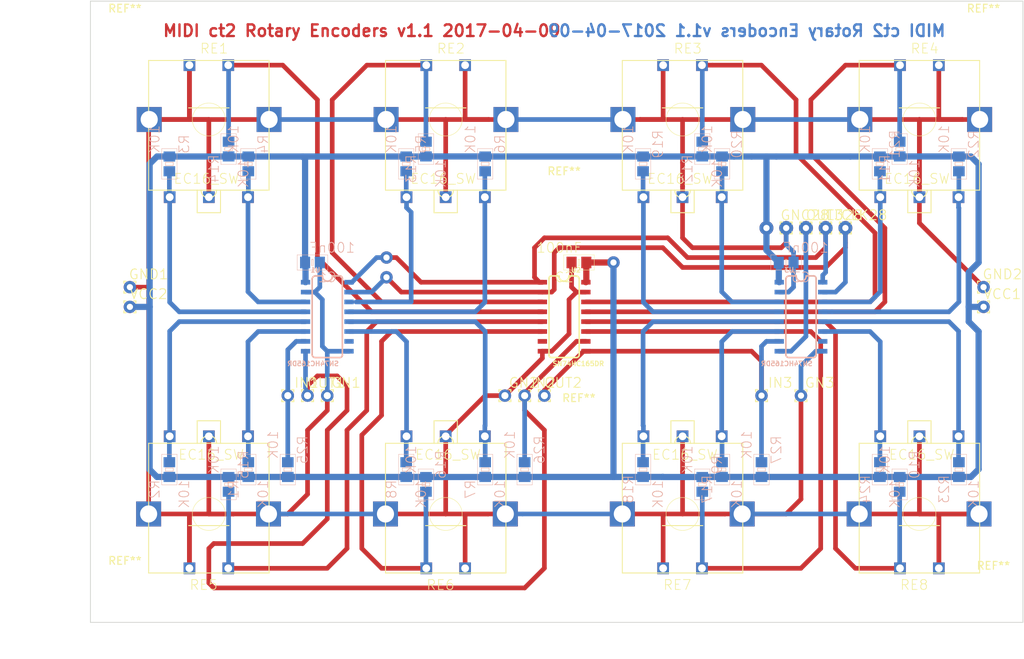
<source format=kicad_pcb>
(kicad_pcb (version 20170123) (host pcbnew "(2017-03-18 revision 98e3bfb)-master")
  (title_block (title "MIDI ct2 Rotary Encoders") (rev v1.0))
  (layers (0 F.Cu signal) (31 B.Cu signal) (34 B.Paste user) (35 F.Paste user) (36 B.SilkS user) (37 F.SilkS user) (38 B.Mask user) (39 F.Mask user) (44 Edge.Cuts user))
  (net 0 "")
  (net 1 VCC)
  (net 2 GND)
  (net 3 /CLK)
  (net 4 /IN1)
  (net 5 /IN2)
  (net 6 /IN3)
  (net 7 /LD)
  (net 8 /OUT3)
  (net 9 /SW6)
  (net 10 /RE6A)
  (net 11 /RE6B)
  (net 12 /SW2)
  (net 13 /SW3)
  (net 14 /RE7A)
  (net 15 /RE7B)
  (net 16 /SW7)
  (net 17 /SW8)
  (net 18 /SW4)
  (net 19 /RE3A)
  (net 20 /RE3B)
  (net 21 /RE4A)
  (net 22 /RE4B)
  (net 23 /RE8A)
  (net 24 /RE8B)
  (net 25 /RE5B)
  (net 26 /RE1A)
  (net 27 /RE1B)
  (net 28 /SW1)
  (net 29 /RE2B)
  (net 30 /RE2A)
  (net 31 /RE5A)
  (net 32 /SW5)
  (net 33 "Net-(U1-Pad7)")
  (net 34 "Net-(U2-Pad7)")
  (net 35 "Net-(U3-Pad7)")
  (module rotary-encoders:EC16_SW (layer F.Cu) (at 124.2 93.24)
    (fp_text reference RE3 (at 0.6731 -9.13384) (layer F.SilkS) (effects (font (size 1.27 1.27) (thickness 0.1016))))
    (fp_text value EC16_SW (at -0.30988 7.6327 180) (layer F.SilkS) (effects (font (size 1.27 1.27) (thickness 0.1016))))
    (pad A thru_hole rect (at -5.03936 9.99998) (size 1.50622 1.50622) (drill 0.99822) (layers *.Cu *.Paste *.Mask) (net 19 /RE3A))
    (pad B thru_hole rect (at 5.03936 9.99998) (size 1.50622 1.50622) (drill 0.99822) (layers *.Cu *.Paste *.Mask) (net 20 /RE3B))
    (pad C thru_hole rect (at 0 9.99998) (size 1.50622 1.50622) (drill 0.99822) (layers *.Cu *.Paste *.Mask) (net 2 GND))
    (pad D thru_hole rect (at -2.49936 -6.9977) (size 1.50622 1.50622) (drill 0.99822) (layers *.Cu *.Paste *.Mask) (net 2 GND))
    (pad E thru_hole rect (at 2.49936 -6.9977) (size 1.50622 1.50622) (drill 0.99822) (layers *.Cu *.Paste *.Mask) (net 13 /SW3))
    (pad GND1 thru_hole rect (at -7.67334 0) (size 3.21564 3.21564) (drill 2.19964) (layers *.Cu *.Paste *.Mask) (net 2 GND))
    (pad GND2 thru_hole rect (at 7.74954 0) (size 3.21564 3.21564) (drill 2.19964) (layers *.Cu *.Paste *.Mask) (net 2 GND))
  )
  (module rotary-encoders:SO16 (layer B.Cu) (at 139.44 118.64 270)
    (fp_text reference U3 (at -6.0198 1.524 180) (layer B.SilkS) (effects (font (size 0.6096 0.6096) (thickness 0.127)) (justify mirror)))
    (fp_text value SN74HC165DR (at 6.0452 1.8288 180) (layer B.SilkS) (effects (font (size 0.6096 0.6096) (thickness 0.127)) (justify mirror)))
    (pad 16 smd rect (at -4.445 2.79908 270) (size 0.59944 1.19888) (layers B.Cu B.Paste B.Mask) (net 1 VCC))
    (pad 15 smd rect (at -3.175 2.79908 270) (size 0.59944 1.19888) (layers B.Cu B.Paste B.Mask) (net 2 GND))
    (pad 14 smd rect (at -1.905 2.79908 270) (size 0.59944 1.19888) (layers B.Cu B.Paste B.Mask) (net 20 /RE3B))
    (pad 13 smd rect (at -0.635 2.79908 270) (size 0.59944 1.19888) (layers B.Cu B.Paste B.Mask) (net 19 /RE3A))
    (pad 12 smd rect (at 0.63246 2.79908 270) (size 0.59944 1.19888) (layers B.Cu B.Paste B.Mask) (net 15 /RE7B))
    (pad 11 smd rect (at 1.90246 2.79908 270) (size 0.59944 1.19888) (layers B.Cu B.Paste B.Mask) (net 14 /RE7A))
    (pad 10 smd rect (at 3.17246 2.79908 270) (size 0.59944 1.19888) (layers B.Cu B.Paste B.Mask) (net 6 /IN3))
    (pad 9 smd rect (at 4.44246 2.79908 270) (size 0.59944 1.19888) (layers B.Cu B.Paste B.Mask) (net 8 /OUT3))
    (pad 8 smd rect (at 4.44246 -2.79908 270) (size 0.59944 1.19888) (layers B.Cu B.Paste B.Mask) (net 2 GND))
    (pad 7 smd rect (at 3.17246 -2.79908 270) (size 0.59944 1.19888) (layers B.Cu B.Paste B.Mask) (net 35 "Net-(U3-Pad7)"))
    (pad 6 smd rect (at 1.90246 -2.79908 270) (size 0.59944 1.19888) (layers B.Cu B.Paste B.Mask) (net 24 /RE8B))
    (pad 5 smd rect (at 0.63246 -2.79908 270) (size 0.59944 1.19888) (layers B.Cu B.Paste B.Mask) (net 23 /RE8A))
    (pad 4 smd rect (at -0.635 -2.79908 270) (size 0.59944 1.19888) (layers B.Cu B.Paste B.Mask) (net 22 /RE4B))
    (pad 3 smd rect (at -1.905 -2.79908 270) (size 0.59944 1.19888) (layers B.Cu B.Paste B.Mask) (net 21 /RE4A))
    (pad 2 smd rect (at -3.175 -2.79908 270) (size 0.59944 1.19888) (layers B.Cu B.Paste B.Mask) (net 3 /CLK))
    (pad 1 smd rect (at -4.445 -2.79908 270) (size 0.59944 1.19888) (layers B.Cu B.Paste B.Mask) (net 7 /LD))
  )
  (module rotary-encoders:1_6_0_9 (layer F.Cu) (at 53.08 117.37)
    (fp_text reference VCC2 (at 2.413 -1.651) (layer F.SilkS) (effects (font (size 1.27 1.27) (thickness 0.127))))
    (fp_text value ~ (at 0.0762 -0.61214) (layer F.SilkS) (effects (font (size 0.0254 0.0254) (thickness 0.000001))))
    (pad 1 thru_hole circle (at 0 0) (size 1.6002 1.6002) (drill 0.8) (layers *.Cu *.Paste *.Mask) (net 1 VCC))
  )
  (module rotary-encoders:1_6_0_9 (layer F.Cu) (at 53.08 114.83)
    (fp_text reference GND1 (at 2.413 -1.651) (layer F.SilkS) (effects (font (size 1.27 1.27) (thickness 0.127))))
    (fp_text value ~ (at 0.0762 -0.61214) (layer F.SilkS) (effects (font (size 0.0254 0.0254) (thickness 0.000001))))
    (pad 1 thru_hole circle (at 0 0) (size 1.6002 1.6002) (drill 0.8) (layers *.Cu *.Paste *.Mask) (net 2 GND))
  )
  (module rotary-encoders:1_6_0_9 (layer F.Cu) (at 162.935 114.83)
    (fp_text reference GND2 (at 2.413 -1.651) (layer F.SilkS) (effects (font (size 1.27 1.27) (thickness 0.127))))
    (fp_text value ~ (at 0.0762 -0.61214) (layer F.SilkS) (effects (font (size 0.0254 0.0254) (thickness 0.000001))))
    (pad 1 thru_hole circle (at 0 0) (size 1.6002 1.6002) (drill 0.8) (layers *.Cu *.Paste *.Mask) (net 2 GND))
  )
  (module rotary-encoders:EC16_SW (layer F.Cu) (at 154.68 93.24)
    (fp_text reference RE4 (at 0.6731 -9.13384) (layer F.SilkS) (effects (font (size 1.27 1.27) (thickness 0.1016))))
    (fp_text value EC16_SW (at -0.30988 7.6327 180) (layer F.SilkS) (effects (font (size 1.27 1.27) (thickness 0.1016))))
    (pad GND2 thru_hole rect (at 7.74954 0) (size 3.21564 3.21564) (drill 2.19964) (layers *.Cu *.Paste *.Mask) (net 2 GND))
    (pad GND1 thru_hole rect (at -7.67334 0) (size 3.21564 3.21564) (drill 2.19964) (layers *.Cu *.Paste *.Mask) (net 2 GND))
    (pad E thru_hole rect (at 2.49936 -6.9977) (size 1.50622 1.50622) (drill 0.99822) (layers *.Cu *.Paste *.Mask) (net 2 GND))
    (pad D thru_hole rect (at -2.49936 -6.9977) (size 1.50622 1.50622) (drill 0.99822) (layers *.Cu *.Paste *.Mask) (net 18 /SW4))
    (pad C thru_hole rect (at 0 9.99998) (size 1.50622 1.50622) (drill 0.99822) (layers *.Cu *.Paste *.Mask) (net 2 GND))
    (pad B thru_hole rect (at 5.03936 9.99998) (size 1.50622 1.50622) (drill 0.99822) (layers *.Cu *.Paste *.Mask) (net 22 /RE4B))
    (pad A thru_hole rect (at -5.03936 9.99998) (size 1.50622 1.50622) (drill 0.99822) (layers *.Cu *.Paste *.Mask) (net 21 /RE4A))
  )
  (module rotary-encoders:R0805 (layer B.Cu) (at 91.18 140.23 90)
    (fp_text reference R16 (at 2.54 1.905 90) (layer B.SilkS) (effects (font (size 1.27 1.27) (thickness 0.1016)) (justify mirror)))
    (fp_text value 10K (at 3.175 -1.905 90) (layer B.SilkS) (effects (font (size 1.27 1.27) (thickness 0.1016)) (justify mirror)))
    (pad 2 smd rect (at 0.94742 0 90) (size 1.29794 1.4986) (layers B.Cu B.Paste B.Mask) (net 1 VCC))
    (pad 1 smd rect (at -0.94996 0 90) (size 1.29794 1.4986) (layers B.Cu B.Paste B.Mask) (net 9 /SW6))
  )
  (module rotary-encoders:EC16_SW (layer F.Cu) (at 93.72 93.24)
    (fp_text reference RE2 (at 0.6731 -9.13384) (layer F.SilkS) (effects (font (size 1.27 1.27) (thickness 0.1016))))
    (fp_text value EC16_SW (at -0.30988 7.6327 180) (layer F.SilkS) (effects (font (size 1.27 1.27) (thickness 0.1016))))
    (pad GND2 thru_hole rect (at 7.74954 0) (size 3.21564 3.21564) (drill 2.19964) (layers *.Cu *.Paste *.Mask) (net 2 GND))
    (pad GND1 thru_hole rect (at -7.67334 0) (size 3.21564 3.21564) (drill 2.19964) (layers *.Cu *.Paste *.Mask) (net 2 GND))
    (pad E thru_hole rect (at 2.49936 -6.9977) (size 1.50622 1.50622) (drill 0.99822) (layers *.Cu *.Paste *.Mask) (net 2 GND))
    (pad D thru_hole rect (at -2.49936 -6.9977) (size 1.50622 1.50622) (drill 0.99822) (layers *.Cu *.Paste *.Mask) (net 12 /SW2))
    (pad C thru_hole rect (at 0 9.99998) (size 1.50622 1.50622) (drill 0.99822) (layers *.Cu *.Paste *.Mask) (net 2 GND))
    (pad B thru_hole rect (at 5.03936 9.99998) (size 1.50622 1.50622) (drill 0.99822) (layers *.Cu *.Paste *.Mask) (net 29 /RE2B))
    (pad A thru_hole rect (at -5.03936 9.99998) (size 1.50622 1.50622) (drill 0.99822) (layers *.Cu *.Paste *.Mask) (net 30 /RE2A))
  )
  (module rotary-encoders:EC16_SW (layer F.Cu) (at 93.72 144.04 180)
    (fp_text reference RE6 (at 0.6731 -9.13384 180) (layer F.SilkS) (effects (font (size 1.27 1.27) (thickness 0.1016))))
    (fp_text value EC16_SW (at -0.30988 7.6327) (layer F.SilkS) (effects (font (size 1.27 1.27) (thickness 0.1016))))
    (pad GND2 thru_hole rect (at 7.74954 0 180) (size 3.21564 3.21564) (drill 2.19964) (layers *.Cu *.Paste *.Mask) (net 2 GND))
    (pad GND1 thru_hole rect (at -7.67334 0 180) (size 3.21564 3.21564) (drill 2.19964) (layers *.Cu *.Paste *.Mask) (net 2 GND))
    (pad E thru_hole rect (at 2.49936 -6.9977 180) (size 1.50622 1.50622) (drill 0.99822) (layers *.Cu *.Paste *.Mask) (net 9 /SW6))
    (pad D thru_hole rect (at -2.49936 -6.9977 180) (size 1.50622 1.50622) (drill 0.99822) (layers *.Cu *.Paste *.Mask) (net 2 GND))
    (pad C thru_hole rect (at 0 9.99998 180) (size 1.50622 1.50622) (drill 0.99822) (layers *.Cu *.Paste *.Mask) (net 2 GND))
    (pad B thru_hole rect (at 5.03936 9.99998 180) (size 1.50622 1.50622) (drill 0.99822) (layers *.Cu *.Paste *.Mask) (net 11 /RE6B))
    (pad A thru_hole rect (at -5.03936 9.99998 180) (size 1.50622 1.50622) (drill 0.99822) (layers *.Cu *.Paste *.Mask) (net 10 /RE6A))
  )
  (module rotary-encoders:1_6_0_9 (layer F.Cu) (at 162.935 117.37)
    (fp_text reference VCC1 (at 2.413 -1.651) (layer F.SilkS) (effects (font (size 1.27 1.27) (thickness 0.127))))
    (fp_text value ~ (at 0.0762 -0.61214) (layer F.SilkS) (effects (font (size 0.0254 0.0254) (thickness 0.000001))))
    (pad 1 thru_hole circle (at 0 0) (size 1.6002 1.6002) (drill 0.8) (layers *.Cu *.Paste *.Mask) (net 1 VCC))
  )
  (module rotary-encoders:1_6_0_9 (layer F.Cu) (at 145.155 107.21)
    (fp_text reference CLK28 (at 2.413 -1.651) (layer F.SilkS) (effects (font (size 1.27 1.27) (thickness 0.127))))
    (fp_text value ~ (at 0.0762 -0.61214) (layer F.SilkS) (effects (font (size 0.0254 0.0254) (thickness 0.000001))))
    (pad 1 thru_hole circle (at 0 0) (size 1.8 1.8) (drill 0.8) (layers *.Cu *.Paste *.Mask) (net 3 /CLK))
  )
  (module rotary-encoders:1_6_0_9 (layer F.Cu) (at 78.48 128.8)
    (fp_text reference GN1 (at 2.413 -1.651) (layer F.SilkS) (effects (font (size 1.27 1.27) (thickness 0.127))))
    (fp_text value ~ (at 0.0762 -0.61214) (layer F.SilkS) (effects (font (size 0.0254 0.0254) (thickness 0.000001))))
    (pad 1 thru_hole circle (at 0 0) (size 1.6002 3.2004) (drill 0.9144) (layers *.Cu *.Paste *.Mask) (net 2 GND))
  )
  (module rotary-encoders:1_6_0_9 (layer F.Cu) (at 101.34 128.8)
    (fp_text reference GN2 (at 2.413 -1.651) (layer F.SilkS) (effects (font (size 1.27 1.27) (thickness 0.127))))
    (fp_text value ~ (at 0.0762 -0.61214) (layer F.SilkS) (effects (font (size 0.0254 0.0254) (thickness 0.000001))))
    (pad 1 thru_hole circle (at 0 0) (size 1.6002 3.2004) (drill 0.9144) (layers *.Cu *.Paste *.Mask) (net 2 GND))
  )
  (module rotary-encoders:1_6_0_9 (layer F.Cu) (at 139.44 128.8)
    (fp_text reference GN3 (at 2.413 -1.651) (layer F.SilkS) (effects (font (size 1.27 1.27) (thickness 0.127))))
    (fp_text value ~ (at 0.0762 -0.61214) (layer F.SilkS) (effects (font (size 0.0254 0.0254) (thickness 0.000001))))
    (pad 1 thru_hole circle (at 0 0) (size 1.6002 1.6002) (drill 0.8) (layers *.Cu *.Paste *.Mask) (net 2 GND))
  )
  (module rotary-encoders:1_6_0_9 (layer F.Cu) (at 137.535 107.21)
    (fp_text reference GNC28 (at 2.413 -1.651) (layer F.SilkS) (effects (font (size 1.27 1.27) (thickness 0.127))))
    (fp_text value ~ (at 0.0762 -0.61214) (layer F.SilkS) (effects (font (size 0.0254 0.0254) (thickness 0.000001))))
    (pad 1 thru_hole circle (at 0 0) (size 1.8 1.8) (drill 0.8) (layers *.Cu *.Paste *.Mask) (net 2 GND))
  )
  (module rotary-encoders:1_6_0_9 (layer F.Cu) (at 73.4 128.8)
    (fp_text reference IN1 (at 2.413 -1.651) (layer F.SilkS) (effects (font (size 1.27 1.27) (thickness 0.127))))
    (fp_text value ~ (at 0.0762 -0.61214) (layer F.SilkS) (effects (font (size 0.0254 0.0254) (thickness 0.000001))))
    (pad 1 thru_hole circle (at 0 0) (size 1.6002 3.2004) (drill 0.9144) (layers *.Cu *.Paste *.Mask) (net 4 /IN1))
  )
  (module rotary-encoders:1_6_0_9 (layer F.Cu) (at 103.88 128.8)
    (fp_text reference IN2 (at 2.413 -1.651) (layer F.SilkS) (effects (font (size 1.27 1.27) (thickness 0.127))))
    (fp_text value ~ (at 0.0762 -0.61214) (layer F.SilkS) (effects (font (size 0.0254 0.0254) (thickness 0.000001))))
    (pad 1 thru_hole circle (at 0 0) (size 1.6002 3.2004) (drill 0.9144) (layers *.Cu *.Paste *.Mask) (net 5 /IN2))
  )
  (module rotary-encoders:1_6_0_9 (layer F.Cu) (at 134.36 128.8)
    (fp_text reference IN3 (at 2.413 -1.651) (layer F.SilkS) (effects (font (size 1.27 1.27) (thickness 0.127))))
    (fp_text value ~ (at 0.0762 -0.61214) (layer F.SilkS) (effects (font (size 0.0254 0.0254) (thickness 0.000001))))
    (pad 1 thru_hole circle (at 0 0) (size 1.6002 1.6002) (drill 0.8) (layers *.Cu *.Paste *.Mask) (net 6 /IN3))
  )
  (module rotary-encoders:1_6_0_9 (layer F.Cu) (at 142.615 107.21)
    (fp_text reference LD28 (at 2.413 -1.651) (layer F.SilkS) (effects (font (size 1.27 1.27) (thickness 0.127))))
    (fp_text value ~ (at 0.0762 -0.61214) (layer F.SilkS) (effects (font (size 0.0254 0.0254) (thickness 0.000001))))
    (pad 1 thru_hole circle (at 0 0) (size 1.8 1.8) (drill 0.8) (layers *.Cu *.Paste *.Mask) (net 7 /LD))
  )
  (module rotary-encoders:1_6_0_9 (layer F.Cu) (at 75.94 128.8)
    (fp_text reference OUT1 (at 2.413 -1.651) (layer F.SilkS) (effects (font (size 1.27 1.27) (thickness 0.127))))
    (fp_text value ~ (at 0.0762 -0.61214) (layer F.SilkS) (effects (font (size 0.0254 0.0254) (thickness 0.000001))))
    (pad 1 thru_hole circle (at 0 0) (size 1.6002 3.2004) (drill 0.9144) (layers *.Cu *.Paste *.Mask) (net 5 /IN2))
  )
  (module rotary-encoders:1_6_0_9 (layer F.Cu) (at 106.42 128.8)
    (fp_text reference OUT2 (at 2.413 -1.651) (layer F.SilkS) (effects (font (size 1.27 1.27) (thickness 0.127))))
    (fp_text value ~ (at 0.0762 -0.61214) (layer F.SilkS) (effects (font (size 0.0254 0.0254) (thickness 0.000001))))
    (pad 1 thru_hole circle (at 0 0) (size 1.6002 3.2004) (drill 0.9144) (layers *.Cu *.Paste *.Mask) (net 6 /IN3))
  )
  (module rotary-encoders:1_6_0_9 (layer F.Cu) (at 140.075 107.21)
    (fp_text reference OUT3 (at 2.413 -1.651) (layer F.SilkS) (effects (font (size 1.27 1.27) (thickness 0.127))))
    (fp_text value ~ (at 0.0762 -0.61214) (layer F.SilkS) (effects (font (size 0.0254 0.0254) (thickness 0.000001))))
    (pad 1 thru_hole circle (at 0 0) (size 1.8 1.8) (drill 0.8) (layers *.Cu *.Paste *.Mask) (net 8 /OUT3))
  )
  (module rotary-encoders:C0805 (layer F.Cu) (at 110.865 111.655 180)
    (fp_text reference C2 (at 1.905 -1.905 180) (layer F.SilkS) (effects (font (size 1.27 1.27) (thickness 0.1016))))
    (fp_text value 100nF (at 2.54 1.905 180) (layer F.SilkS) (effects (font (size 1.27 1.27) (thickness 0.1016))))
    (pad 1 smd rect (at -0.94996 0 180) (size 1.29794 1.4986) (layers F.Cu F.Paste F.Mask) (net 1 VCC))
    (pad 2 smd rect (at 0.94742 0 180) (size 1.29794 1.4986) (layers F.Cu F.Paste F.Mask) (net 2 GND))
  )
  (module rotary-encoders:C0805 (layer B.Cu) (at 137.535 111.655)
    (fp_text reference C3 (at 1.905 1.905) (layer B.SilkS) (effects (font (size 1.27 1.27) (thickness 0.1016)) (justify mirror)))
    (fp_text value 100nF (at 2.54 -1.905) (layer B.SilkS) (effects (font (size 1.27 1.27) (thickness 0.1016)) (justify mirror)))
    (pad 2 smd rect (at 0.94742 0) (size 1.29794 1.4986) (layers B.Cu B.Paste B.Mask) (net 2 GND))
    (pad 1 smd rect (at -0.94996 0) (size 1.29794 1.4986) (layers B.Cu B.Paste B.Mask) (net 1 VCC))
  )
  (module rotary-encoders:C0805 (layer B.Cu) (at 76.575 111.655)
    (fp_text reference C1 (at 1.905 1.905) (layer B.SilkS) (effects (font (size 1.27 1.27) (thickness 0.1016)) (justify mirror)))
    (fp_text value 100nF (at 2.54 -1.905) (layer B.SilkS) (effects (font (size 1.27 1.27) (thickness 0.1016)) (justify mirror)))
    (pad 1 smd rect (at -0.94996 0) (size 1.29794 1.4986) (layers B.Cu B.Paste B.Mask) (net 1 VCC))
    (pad 2 smd rect (at 0.94742 0) (size 1.29794 1.4986) (layers B.Cu B.Paste B.Mask) (net 2 GND))
  )
  (module rotary-encoders:EC16_SW (layer F.Cu) (at 154.68 144.04 180)
    (fp_text reference RE8 (at 0.6731 -9.13384 180) (layer F.SilkS) (effects (font (size 1.27 1.27) (thickness 0.1016))))
    (fp_text value EC16_SW (at -0.30988 7.6327) (layer F.SilkS) (effects (font (size 1.27 1.27) (thickness 0.1016))))
    (pad GND2 thru_hole rect (at 7.74954 0 180) (size 3.21564 3.21564) (drill 2.19964) (layers *.Cu *.Paste *.Mask) (net 2 GND))
    (pad GND1 thru_hole rect (at -7.67334 0 180) (size 3.21564 3.21564) (drill 2.19964) (layers *.Cu *.Paste *.Mask) (net 2 GND))
    (pad E thru_hole rect (at 2.49936 -6.9977 180) (size 1.50622 1.50622) (drill 0.99822) (layers *.Cu *.Paste *.Mask) (net 17 /SW8))
    (pad D thru_hole rect (at -2.49936 -6.9977 180) (size 1.50622 1.50622) (drill 0.99822) (layers *.Cu *.Paste *.Mask) (net 2 GND))
    (pad C thru_hole rect (at 0 9.99998 180) (size 1.50622 1.50622) (drill 0.99822) (layers *.Cu *.Paste *.Mask) (net 2 GND))
    (pad B thru_hole rect (at 5.03936 9.99998 180) (size 1.50622 1.50622) (drill 0.99822) (layers *.Cu *.Paste *.Mask) (net 24 /RE8B))
    (pad A thru_hole rect (at -5.03936 9.99998 180) (size 1.50622 1.50622) (drill 0.99822) (layers *.Cu *.Paste *.Mask) (net 23 /RE8A))
  )
  (module rotary-encoders:EC16_SW (layer F.Cu) (at 124.2 144.04 180)
    (fp_text reference RE7 (at 0.6731 -9.13384 180) (layer F.SilkS) (effects (font (size 1.27 1.27) (thickness 0.1016))))
    (fp_text value EC16_SW (at -0.30988 7.6327) (layer F.SilkS) (effects (font (size 1.27 1.27) (thickness 0.1016))))
    (pad A thru_hole rect (at -5.03936 9.99998 180) (size 1.50622 1.50622) (drill 0.99822) (layers *.Cu *.Paste *.Mask) (net 14 /RE7A))
    (pad B thru_hole rect (at 5.03936 9.99998 180) (size 1.50622 1.50622) (drill 0.99822) (layers *.Cu *.Paste *.Mask) (net 15 /RE7B))
    (pad C thru_hole rect (at 0 9.99998 180) (size 1.50622 1.50622) (drill 0.99822) (layers *.Cu *.Paste *.Mask) (net 2 GND))
    (pad D thru_hole rect (at -2.49936 -6.9977 180) (size 1.50622 1.50622) (drill 0.99822) (layers *.Cu *.Paste *.Mask) (net 16 /SW7))
    (pad E thru_hole rect (at 2.49936 -6.9977 180) (size 1.50622 1.50622) (drill 0.99822) (layers *.Cu *.Paste *.Mask) (net 2 GND))
    (pad GND1 thru_hole rect (at -7.67334 0 180) (size 3.21564 3.21564) (drill 2.19964) (layers *.Cu *.Paste *.Mask) (net 2 GND))
    (pad GND2 thru_hole rect (at 7.74954 0 180) (size 3.21564 3.21564) (drill 2.19964) (layers *.Cu *.Paste *.Mask) (net 2 GND))
  )
  (module rotary-encoders:EC16_SW (layer F.Cu) (at 63.24 144.04 180)
    (fp_text reference RE5 (at 0.6731 -9.13384 180) (layer F.SilkS) (effects (font (size 1.27 1.27) (thickness 0.1016))))
    (fp_text value EC16_SW (at -0.30988 7.6327) (layer F.SilkS) (effects (font (size 1.27 1.27) (thickness 0.1016))))
    (pad A thru_hole rect (at -5.03936 9.99998 180) (size 1.50622 1.50622) (drill 0.99822) (layers *.Cu *.Paste *.Mask) (net 31 /RE5A))
    (pad B thru_hole rect (at 5.03936 9.99998 180) (size 1.50622 1.50622) (drill 0.99822) (layers *.Cu *.Paste *.Mask) (net 25 /RE5B))
    (pad C thru_hole rect (at 0 9.99998 180) (size 1.50622 1.50622) (drill 0.99822) (layers *.Cu *.Paste *.Mask) (net 2 GND))
    (pad D thru_hole rect (at -2.49936 -6.9977 180) (size 1.50622 1.50622) (drill 0.99822) (layers *.Cu *.Paste *.Mask) (net 32 /SW5))
    (pad E thru_hole rect (at 2.49936 -6.9977 180) (size 1.50622 1.50622) (drill 0.99822) (layers *.Cu *.Paste *.Mask) (net 2 GND))
    (pad GND1 thru_hole rect (at -7.67334 0 180) (size 3.21564 3.21564) (drill 2.19964) (layers *.Cu *.Paste *.Mask) (net 2 GND))
    (pad GND2 thru_hole rect (at 7.74954 0 180) (size 3.21564 3.21564) (drill 2.19964) (layers *.Cu *.Paste *.Mask) (net 2 GND))
  )
  (module rotary-encoders:EC16_SW (layer F.Cu) (at 63.24 93.24)
    (fp_text reference RE1 (at 0.6731 -9.13384) (layer F.SilkS) (effects (font (size 1.27 1.27) (thickness 0.1016))))
    (fp_text value EC16_SW (at -0.30988 7.6327 180) (layer F.SilkS) (effects (font (size 1.27 1.27) (thickness 0.1016))))
    (pad A thru_hole rect (at -5.03936 9.99998) (size 1.50622 1.50622) (drill 0.99822) (layers *.Cu *.Paste *.Mask) (net 26 /RE1A))
    (pad B thru_hole rect (at 5.03936 9.99998) (size 1.50622 1.50622) (drill 0.99822) (layers *.Cu *.Paste *.Mask) (net 27 /RE1B))
    (pad C thru_hole rect (at 0 9.99998) (size 1.50622 1.50622) (drill 0.99822) (layers *.Cu *.Paste *.Mask) (net 2 GND))
    (pad D thru_hole rect (at -2.49936 -6.9977) (size 1.50622 1.50622) (drill 0.99822) (layers *.Cu *.Paste *.Mask) (net 2 GND))
    (pad E thru_hole rect (at 2.49936 -6.9977) (size 1.50622 1.50622) (drill 0.99822) (layers *.Cu *.Paste *.Mask) (net 28 /SW1))
    (pad GND1 thru_hole rect (at -7.67334 0) (size 3.21564 3.21564) (drill 2.19964) (layers *.Cu *.Paste *.Mask) (net 2 GND))
    (pad GND2 thru_hole rect (at 7.74954 0) (size 3.21564 3.21564) (drill 2.19964) (layers *.Cu *.Paste *.Mask) (net 2 GND))
  )
  (module rotary-encoders:R0805 (layer B.Cu) (at 65.78 97.05 270)
    (fp_text reference R14 (at 2.54 1.905 270) (layer B.SilkS) (effects (font (size 1.27 1.27) (thickness 0.1016)) (justify mirror)))
    (fp_text value 10K (at 3.175 -1.905 270) (layer B.SilkS) (effects (font (size 1.27 1.27) (thickness 0.1016)) (justify mirror)))
    (pad 1 smd rect (at -0.94996 0 270) (size 1.29794 1.4986) (layers B.Cu B.Paste B.Mask) (net 28 /SW1))
    (pad 2 smd rect (at 0.94742 0 270) (size 1.29794 1.4986) (layers B.Cu B.Paste B.Mask) (net 1 VCC))
  )
  (module rotary-encoders:R0805 (layer B.Cu) (at 91.18 97.05 270)
    (fp_text reference R13 (at 2.54 1.905 270) (layer B.SilkS) (effects (font (size 1.27 1.27) (thickness 0.1016)) (justify mirror)))
    (fp_text value 10K (at 3.175 -1.905 270) (layer B.SilkS) (effects (font (size 1.27 1.27) (thickness 0.1016)) (justify mirror)))
    (pad 2 smd rect (at 0.94742 0 270) (size 1.29794 1.4986) (layers B.Cu B.Paste B.Mask) (net 1 VCC))
    (pad 1 smd rect (at -0.94996 0 270) (size 1.29794 1.4986) (layers B.Cu B.Paste B.Mask) (net 12 /SW2))
  )
  (module rotary-encoders:R0805 (layer B.Cu) (at 159.76 138.325 270)
    (fp_text reference R23 (at 2.54 1.905 270) (layer B.SilkS) (effects (font (size 1.27 1.27) (thickness 0.1016)) (justify mirror)))
    (fp_text value 10K (at 3.175 -1.905 270) (layer B.SilkS) (effects (font (size 1.27 1.27) (thickness 0.1016)) (justify mirror)))
    (pad 1 smd rect (at -0.94996 0 270) (size 1.29794 1.4986) (layers B.Cu B.Paste B.Mask) (net 23 /RE8A))
    (pad 2 smd rect (at 0.94742 0 270) (size 1.29794 1.4986) (layers B.Cu B.Paste B.Mask) (net 1 VCC))
  )
  (module rotary-encoders:R0805 (layer B.Cu) (at 152.14 97.05 270)
    (fp_text reference R11 (at 2.54 1.905 270) (layer B.SilkS) (effects (font (size 1.27 1.27) (thickness 0.1016)) (justify mirror)))
    (fp_text value 10K (at 3.175 -1.905 270) (layer B.SilkS) (effects (font (size 1.27 1.27) (thickness 0.1016)) (justify mirror)))
    (pad 2 smd rect (at 0.94742 0 270) (size 1.29794 1.4986) (layers B.Cu B.Paste B.Mask) (net 1 VCC))
    (pad 1 smd rect (at -0.94996 0 270) (size 1.29794 1.4986) (layers B.Cu B.Paste B.Mask) (net 18 /SW4))
  )
  (module rotary-encoders:R0805 (layer B.Cu) (at 152.14 140.23 90)
    (fp_text reference R10 (at 2.54 1.905 90) (layer B.SilkS) (effects (font (size 1.27 1.27) (thickness 0.1016)) (justify mirror)))
    (fp_text value 10K (at 3.175 -1.905 90) (layer B.SilkS) (effects (font (size 1.27 1.27) (thickness 0.1016)) (justify mirror)))
    (pad 1 smd rect (at -0.94996 0 90) (size 1.29794 1.4986) (layers B.Cu B.Paste B.Mask) (net 17 /SW8))
    (pad 2 smd rect (at 0.94742 0 90) (size 1.29794 1.4986) (layers B.Cu B.Paste B.Mask) (net 1 VCC))
  )
  (module rotary-encoders:R0805 (layer B.Cu) (at 126.74 140.23 90)
    (fp_text reference R9 (at 2.54 1.905 90) (layer B.SilkS) (effects (font (size 1.27 1.27) (thickness 0.1016)) (justify mirror)))
    (fp_text value 10K (at 3.175 -1.905 90) (layer B.SilkS) (effects (font (size 1.27 1.27) (thickness 0.1016)) (justify mirror)))
    (pad 2 smd rect (at 0.94742 0 90) (size 1.29794 1.4986) (layers B.Cu B.Paste B.Mask) (net 1 VCC))
    (pad 1 smd rect (at -0.94996 0 90) (size 1.29794 1.4986) (layers B.Cu B.Paste B.Mask) (net 16 /SW7))
  )
  (module rotary-encoders:R0805 (layer B.Cu) (at 88.64 138.325 270)
    (fp_text reference R8 (at 2.54 1.905 270) (layer B.SilkS) (effects (font (size 1.27 1.27) (thickness 0.1016)) (justify mirror)))
    (fp_text value 10K (at 3.175 -1.905 270) (layer B.SilkS) (effects (font (size 1.27 1.27) (thickness 0.1016)) (justify mirror)))
    (pad 1 smd rect (at -0.94996 0 270) (size 1.29794 1.4986) (layers B.Cu B.Paste B.Mask) (net 11 /RE6B))
    (pad 2 smd rect (at 0.94742 0 270) (size 1.29794 1.4986) (layers B.Cu B.Paste B.Mask) (net 1 VCC))
  )
  (module rotary-encoders:R0805 (layer B.Cu) (at 98.8 138.325 270)
    (fp_text reference R7 (at 2.54 1.905 270) (layer B.SilkS) (effects (font (size 1.27 1.27) (thickness 0.1016)) (justify mirror)))
    (fp_text value 10K (at 3.175 -1.905 270) (layer B.SilkS) (effects (font (size 1.27 1.27) (thickness 0.1016)) (justify mirror)))
    (pad 2 smd rect (at 0.94742 0 270) (size 1.29794 1.4986) (layers B.Cu B.Paste B.Mask) (net 1 VCC))
    (pad 1 smd rect (at -0.94996 0 270) (size 1.29794 1.4986) (layers B.Cu B.Paste B.Mask) (net 10 /RE6A))
  )
  (module rotary-encoders:R0805 (layer B.Cu) (at 159.76 98.955 90)
    (fp_text reference R22 (at 2.54 1.905 90) (layer B.SilkS) (effects (font (size 1.27 1.27) (thickness 0.1016)) (justify mirror)))
    (fp_text value 10K (at 3.175 -1.905 90) (layer B.SilkS) (effects (font (size 1.27 1.27) (thickness 0.1016)) (justify mirror)))
    (pad 1 smd rect (at -0.94996 0 90) (size 1.29794 1.4986) (layers B.Cu B.Paste B.Mask) (net 22 /RE4B))
    (pad 2 smd rect (at 0.94742 0 90) (size 1.29794 1.4986) (layers B.Cu B.Paste B.Mask) (net 1 VCC))
  )
  (module rotary-encoders:R0805 (layer B.Cu) (at 88.64 98.955 90)
    (fp_text reference R5 (at 2.54 1.905 90) (layer B.SilkS) (effects (font (size 1.27 1.27) (thickness 0.1016)) (justify mirror)))
    (fp_text value 10K (at 3.175 -1.905 90) (layer B.SilkS) (effects (font (size 1.27 1.27) (thickness 0.1016)) (justify mirror)))
    (pad 2 smd rect (at 0.94742 0 90) (size 1.29794 1.4986) (layers B.Cu B.Paste B.Mask) (net 1 VCC))
    (pad 1 smd rect (at -0.94996 0 90) (size 1.29794 1.4986) (layers B.Cu B.Paste B.Mask) (net 30 /RE2A))
  )
  (module rotary-encoders:R0805 (layer B.Cu) (at 68.32 98.955 90)
    (fp_text reference R4 (at 2.54 1.905 90) (layer B.SilkS) (effects (font (size 1.27 1.27) (thickness 0.1016)) (justify mirror)))
    (fp_text value 10K (at 3.175 -1.905 90) (layer B.SilkS) (effects (font (size 1.27 1.27) (thickness 0.1016)) (justify mirror)))
    (pad 1 smd rect (at -0.94996 0 90) (size 1.29794 1.4986) (layers B.Cu B.Paste B.Mask) (net 27 /RE1B))
    (pad 2 smd rect (at 0.94742 0 90) (size 1.29794 1.4986) (layers B.Cu B.Paste B.Mask) (net 1 VCC))
  )
  (module rotary-encoders:R0805 (layer B.Cu) (at 58.16 98.955 90)
    (fp_text reference R3 (at 2.54 1.905 90) (layer B.SilkS) (effects (font (size 1.27 1.27) (thickness 0.1016)) (justify mirror)))
    (fp_text value 10K (at 3.175 -1.905 90) (layer B.SilkS) (effects (font (size 1.27 1.27) (thickness 0.1016)) (justify mirror)))
    (pad 2 smd rect (at 0.94742 0 90) (size 1.29794 1.4986) (layers B.Cu B.Paste B.Mask) (net 1 VCC))
    (pad 1 smd rect (at -0.94996 0 90) (size 1.29794 1.4986) (layers B.Cu B.Paste B.Mask) (net 26 /RE1A))
  )
  (module rotary-encoders:R0805 (layer B.Cu) (at 58.16 138.325 270)
    (fp_text reference R2 (at 2.54 1.905 270) (layer B.SilkS) (effects (font (size 1.27 1.27) (thickness 0.1016)) (justify mirror)))
    (fp_text value 10K (at 3.175 -1.905 270) (layer B.SilkS) (effects (font (size 1.27 1.27) (thickness 0.1016)) (justify mirror)))
    (pad 1 smd rect (at -0.94996 0 270) (size 1.29794 1.4986) (layers B.Cu B.Paste B.Mask) (net 25 /RE5B))
    (pad 2 smd rect (at 0.94742 0 270) (size 1.29794 1.4986) (layers B.Cu B.Paste B.Mask) (net 1 VCC))
  )
  (module rotary-encoders:R0805 (layer B.Cu) (at 68.32 138.325 270)
    (fp_text reference R1 (at 2.54 1.905 270) (layer B.SilkS) (effects (font (size 1.27 1.27) (thickness 0.1016)) (justify mirror)))
    (fp_text value 10K (at 3.175 -1.905 270) (layer B.SilkS) (effects (font (size 1.27 1.27) (thickness 0.1016)) (justify mirror)))
    (pad 2 smd rect (at 0.94742 0 270) (size 1.29794 1.4986) (layers B.Cu B.Paste B.Mask) (net 1 VCC))
    (pad 1 smd rect (at -0.94996 0 270) (size 1.29794 1.4986) (layers B.Cu B.Paste B.Mask) (net 31 /RE5A))
  )
  (module rotary-encoders:R0805 (layer B.Cu) (at 149.6 138.325 270)
    (fp_text reference R24 (at 2.54 1.905 270) (layer B.SilkS) (effects (font (size 1.27 1.27) (thickness 0.1016)) (justify mirror)))
    (fp_text value 10K (at 3.175 -1.905 270) (layer B.SilkS) (effects (font (size 1.27 1.27) (thickness 0.1016)) (justify mirror)))
    (pad 1 smd rect (at -0.94996 0 270) (size 1.29794 1.4986) (layers B.Cu B.Paste B.Mask) (net 24 /RE8B))
    (pad 2 smd rect (at 0.94742 0 270) (size 1.29794 1.4986) (layers B.Cu B.Paste B.Mask) (net 1 VCC))
  )
  (module rotary-encoders:R0805 (layer B.Cu) (at 73.4 138.325 90)
    (fp_text reference R25 (at 2.54 1.905 90) (layer B.SilkS) (effects (font (size 1.27 1.27) (thickness 0.1016)) (justify mirror)))
    (fp_text value 10K (at 3.175 -1.905 90) (layer B.SilkS) (effects (font (size 1.27 1.27) (thickness 0.1016)) (justify mirror)))
    (pad 2 smd rect (at 0.94742 0 90) (size 1.29794 1.4986) (layers B.Cu B.Paste B.Mask) (net 4 /IN1))
    (pad 1 smd rect (at -0.94996 0 90) (size 1.29794 1.4986) (layers B.Cu B.Paste B.Mask) (net 1 VCC))
  )
  (module rotary-encoders:R0805 (layer B.Cu) (at 103.88 138.325 90)
    (fp_text reference R26 (at 2.54 1.905 90) (layer B.SilkS) (effects (font (size 1.27 1.27) (thickness 0.1016)) (justify mirror)))
    (fp_text value 10K (at 3.175 -1.905 90) (layer B.SilkS) (effects (font (size 1.27 1.27) (thickness 0.1016)) (justify mirror)))
    (pad 1 smd rect (at -0.94996 0 90) (size 1.29794 1.4986) (layers B.Cu B.Paste B.Mask) (net 1 VCC))
    (pad 2 smd rect (at 0.94742 0 90) (size 1.29794 1.4986) (layers B.Cu B.Paste B.Mask) (net 5 /IN2))
  )
  (module rotary-encoders:R0805 (layer B.Cu) (at 134.36 138.325 90)
    (fp_text reference R27 (at 2.54 1.905 90) (layer B.SilkS) (effects (font (size 1.27 1.27) (thickness 0.1016)) (justify mirror)))
    (fp_text value 10K (at 3.175 -1.905 90) (layer B.SilkS) (effects (font (size 1.27 1.27) (thickness 0.1016)) (justify mirror)))
    (pad 2 smd rect (at 0.94742 0 90) (size 1.29794 1.4986) (layers B.Cu B.Paste B.Mask) (net 6 /IN3))
    (pad 1 smd rect (at -0.94996 0 90) (size 1.29794 1.4986) (layers B.Cu B.Paste B.Mask) (net 1 VCC))
  )
  (module rotary-encoders:R0805 (layer B.Cu) (at 65.78 140.23 90)
    (fp_text reference R15 (at 2.54 1.905 90) (layer B.SilkS) (effects (font (size 1.27 1.27) (thickness 0.1016)) (justify mirror)))
    (fp_text value 10K (at 3.175 -1.905 90) (layer B.SilkS) (effects (font (size 1.27 1.27) (thickness 0.1016)) (justify mirror)))
    (pad 1 smd rect (at -0.94996 0 90) (size 1.29794 1.4986) (layers B.Cu B.Paste B.Mask) (net 32 /SW5))
    (pad 2 smd rect (at 0.94742 0 90) (size 1.29794 1.4986) (layers B.Cu B.Paste B.Mask) (net 1 VCC))
  )
  (module rotary-encoders:R0805 (layer B.Cu) (at 129.28 138.325 270)
    (fp_text reference R17 (at 2.54 1.905 270) (layer B.SilkS) (effects (font (size 1.27 1.27) (thickness 0.1016)) (justify mirror)))
    (fp_text value 10K (at 3.175 -1.905 270) (layer B.SilkS) (effects (font (size 1.27 1.27) (thickness 0.1016)) (justify mirror)))
    (pad 1 smd rect (at -0.94996 0 270) (size 1.29794 1.4986) (layers B.Cu B.Paste B.Mask) (net 14 /RE7A))
    (pad 2 smd rect (at 0.94742 0 270) (size 1.29794 1.4986) (layers B.Cu B.Paste B.Mask) (net 1 VCC))
  )
  (module rotary-encoders:R0805 (layer B.Cu) (at 119.12 138.325 270)
    (fp_text reference R18 (at 2.54 1.905 270) (layer B.SilkS) (effects (font (size 1.27 1.27) (thickness 0.1016)) (justify mirror)))
    (fp_text value 10K (at 3.175 -1.905 270) (layer B.SilkS) (effects (font (size 1.27 1.27) (thickness 0.1016)) (justify mirror)))
    (pad 2 smd rect (at 0.94742 0 270) (size 1.29794 1.4986) (layers B.Cu B.Paste B.Mask) (net 1 VCC))
    (pad 1 smd rect (at -0.94996 0 270) (size 1.29794 1.4986) (layers B.Cu B.Paste B.Mask) (net 15 /RE7B))
  )
  (module rotary-encoders:R0805 (layer B.Cu) (at 119.12 98.955 90)
    (fp_text reference R19 (at 2.54 1.905 90) (layer B.SilkS) (effects (font (size 1.27 1.27) (thickness 0.1016)) (justify mirror)))
    (fp_text value 10K (at 3.175 -1.905 90) (layer B.SilkS) (effects (font (size 1.27 1.27) (thickness 0.1016)) (justify mirror)))
    (pad 1 smd rect (at -0.94996 0 90) (size 1.29794 1.4986) (layers B.Cu B.Paste B.Mask) (net 19 /RE3A))
    (pad 2 smd rect (at 0.94742 0 90) (size 1.29794 1.4986) (layers B.Cu B.Paste B.Mask) (net 1 VCC))
  )
  (module rotary-encoders:R0805 (layer B.Cu) (at 129.28 98.955 90)
    (fp_text reference R20 (at 2.54 1.905 90) (layer B.SilkS) (effects (font (size 1.27 1.27) (thickness 0.1016)) (justify mirror)))
    (fp_text value 10K (at 3.175 -1.905 90) (layer B.SilkS) (effects (font (size 1.27 1.27) (thickness 0.1016)) (justify mirror)))
    (pad 2 smd rect (at 0.94742 0 90) (size 1.29794 1.4986) (layers B.Cu B.Paste B.Mask) (net 1 VCC))
    (pad 1 smd rect (at -0.94996 0 90) (size 1.29794 1.4986) (layers B.Cu B.Paste B.Mask) (net 20 /RE3B))
  )
  (module rotary-encoders:R0805 (layer B.Cu) (at 149.6 98.955 90)
    (fp_text reference R21 (at 2.54 1.905 90) (layer B.SilkS) (effects (font (size 1.27 1.27) (thickness 0.1016)) (justify mirror)))
    (fp_text value 10K (at 3.175 -1.905 90) (layer B.SilkS) (effects (font (size 1.27 1.27) (thickness 0.1016)) (justify mirror)))
    (pad 1 smd rect (at -0.94996 0 90) (size 1.29794 1.4986) (layers B.Cu B.Paste B.Mask) (net 21 /RE4A))
    (pad 2 smd rect (at 0.94742 0 90) (size 1.29794 1.4986) (layers B.Cu B.Paste B.Mask) (net 1 VCC))
  )
  (module rotary-encoders:R0805 (layer B.Cu) (at 98.8 98.955 90)
    (fp_text reference R6 (at 2.54 1.905 90) (layer B.SilkS) (effects (font (size 1.27 1.27) (thickness 0.1016)) (justify mirror)))
    (fp_text value 10K (at 3.175 -1.905 90) (layer B.SilkS) (effects (font (size 1.27 1.27) (thickness 0.1016)) (justify mirror)))
    (pad 2 smd rect (at 0.94742 0 90) (size 1.29794 1.4986) (layers B.Cu B.Paste B.Mask) (net 1 VCC))
    (pad 1 smd rect (at -0.94996 0 90) (size 1.29794 1.4986) (layers B.Cu B.Paste B.Mask) (net 29 /RE2B))
  )
  (module rotary-encoders:R0805 (layer B.Cu) (at 126.74 97.05 270)
    (fp_text reference R12 (at 2.54 1.905 270) (layer B.SilkS) (effects (font (size 1.27 1.27) (thickness 0.1016)) (justify mirror)))
    (fp_text value 10K (at 3.175 -1.905 270) (layer B.SilkS) (effects (font (size 1.27 1.27) (thickness 0.1016)) (justify mirror)))
    (pad 1 smd rect (at -0.94996 0 270) (size 1.29794 1.4986) (layers B.Cu B.Paste B.Mask) (net 13 /SW3))
    (pad 2 smd rect (at 0.94742 0 270) (size 1.29794 1.4986) (layers B.Cu B.Paste B.Mask) (net 1 VCC))
  )
  (module rotary-encoders:SO16 (layer F.Cu) (at 108.96 118.64 270)
    (fp_text reference U2 (at -6.0198 -1.524) (layer F.SilkS) (effects (font (size 0.6096 0.6096) (thickness 0.127))))
    (fp_text value SN74HC165DR (at 6.0452 -1.8288) (layer F.SilkS) (effects (font (size 0.6096 0.6096) (thickness 0.127))))
    (pad 1 smd rect (at -4.445 2.79908 270) (size 0.59944 1.19888) (layers F.Cu F.Paste F.Mask) (net 7 /LD))
    (pad 2 smd rect (at -3.175 2.79908 270) (size 0.59944 1.19888) (layers F.Cu F.Paste F.Mask) (net 3 /CLK))
    (pad 3 smd rect (at -1.905 2.79908 270) (size 0.59944 1.19888) (layers F.Cu F.Paste F.Mask) (net 12 /SW2))
    (pad 4 smd rect (at -0.635 2.79908 270) (size 0.59944 1.19888) (layers F.Cu F.Paste F.Mask) (net 28 /SW1))
    (pad 5 smd rect (at 0.63246 2.79908 270) (size 0.59944 1.19888) (layers F.Cu F.Paste F.Mask) (net 32 /SW5))
    (pad 6 smd rect (at 1.90246 2.79908 270) (size 0.59944 1.19888) (layers F.Cu F.Paste F.Mask) (net 9 /SW6))
    (pad 7 smd rect (at 3.17246 2.79908 270) (size 0.59944 1.19888) (layers F.Cu F.Paste F.Mask) (net 34 "Net-(U2-Pad7)"))
    (pad 8 smd rect (at 4.44246 2.79908 270) (size 0.59944 1.19888) (layers F.Cu F.Paste F.Mask) (net 2 GND))
    (pad 9 smd rect (at 4.44246 -2.79908 270) (size 0.59944 1.19888) (layers F.Cu F.Paste F.Mask) (net 6 /IN3))
    (pad 10 smd rect (at 3.17246 -2.79908 270) (size 0.59944 1.19888) (layers F.Cu F.Paste F.Mask) (net 5 /IN2))
    (pad 11 smd rect (at 1.90246 -2.79908 270) (size 0.59944 1.19888) (layers F.Cu F.Paste F.Mask) (net 16 /SW7))
    (pad 12 smd rect (at 0.63246 -2.79908 270) (size 0.59944 1.19888) (layers F.Cu F.Paste F.Mask) (net 17 /SW8))
    (pad 13 smd rect (at -0.635 -2.79908 270) (size 0.59944 1.19888) (layers F.Cu F.Paste F.Mask) (net 18 /SW4))
    (pad 14 smd rect (at -1.905 -2.79908 270) (size 0.59944 1.19888) (layers F.Cu F.Paste F.Mask) (net 13 /SW3))
    (pad 15 smd rect (at -3.175 -2.79908 270) (size 0.59944 1.19888) (layers F.Cu F.Paste F.Mask) (net 2 GND))
    (pad 16 smd rect (at -4.445 -2.79908 270) (size 0.59944 1.19888) (layers F.Cu F.Paste F.Mask) (net 1 VCC))
  )
  (module rotary-encoders:SO16 (layer B.Cu) (at 78.48 118.64 270)
    (fp_text reference U1 (at -6.0198 1.524 180) (layer B.SilkS) (effects (font (size 0.6096 0.6096) (thickness 0.127)) (justify mirror)))
    (fp_text value SN74HC165DR (at 6.0452 1.8288 180) (layer B.SilkS) (effects (font (size 0.6096 0.6096) (thickness 0.127)) (justify mirror)))
    (pad 1 smd rect (at -4.445 -2.79908 270) (size 0.59944 1.19888) (layers B.Cu B.Paste B.Mask) (net 7 /LD))
    (pad 2 smd rect (at -3.175 -2.79908 270) (size 0.59944 1.19888) (layers B.Cu B.Paste B.Mask) (net 3 /CLK))
    (pad 3 smd rect (at -1.905 -2.79908 270) (size 0.59944 1.19888) (layers B.Cu B.Paste B.Mask) (net 30 /RE2A))
    (pad 4 smd rect (at -0.635 -2.79908 270) (size 0.59944 1.19888) (layers B.Cu B.Paste B.Mask) (net 29 /RE2B))
    (pad 5 smd rect (at 0.63246 -2.79908 270) (size 0.59944 1.19888) (layers B.Cu B.Paste B.Mask) (net 10 /RE6A))
    (pad 6 smd rect (at 1.90246 -2.79908 270) (size 0.59944 1.19888) (layers B.Cu B.Paste B.Mask) (net 11 /RE6B))
    (pad 7 smd rect (at 3.17246 -2.79908 270) (size 0.59944 1.19888) (layers B.Cu B.Paste B.Mask) (net 33 "Net-(U1-Pad7)"))
    (pad 8 smd rect (at 4.44246 -2.79908 270) (size 0.59944 1.19888) (layers B.Cu B.Paste B.Mask) (net 2 GND))
    (pad 9 smd rect (at 4.44246 2.79908 270) (size 0.59944 1.19888) (layers B.Cu B.Paste B.Mask) (net 5 /IN2))
    (pad 10 smd rect (at 3.17246 2.79908 270) (size 0.59944 1.19888) (layers B.Cu B.Paste B.Mask) (net 4 /IN1))
    (pad 11 smd rect (at 1.90246 2.79908 270) (size 0.59944 1.19888) (layers B.Cu B.Paste B.Mask) (net 31 /RE5A))
    (pad 12 smd rect (at 0.63246 2.79908 270) (size 0.59944 1.19888) (layers B.Cu B.Paste B.Mask) (net 25 /RE5B))
    (pad 13 smd rect (at -0.635 2.79908 270) (size 0.59944 1.19888) (layers B.Cu B.Paste B.Mask) (net 26 /RE1A))
    (pad 14 smd rect (at -1.905 2.79908 270) (size 0.59944 1.19888) (layers B.Cu B.Paste B.Mask) (net 27 /RE1B))
    (pad 15 smd rect (at -3.175 2.79908 270) (size 0.59944 1.19888) (layers B.Cu B.Paste B.Mask) (net 2 GND))
    (pad 16 smd rect (at -4.445 2.79908 270) (size 0.59944 1.19888) (layers B.Cu B.Paste B.Mask) (net 1 VCC))
  )
  (module Mounting_Holes:MountingHole_2.5mm (layer F.Cu) (at 52.445 82.445)
    (fp_text reference REF** (at 0 -3.5) (layer F.SilkS))
    (fp_text value MountingHole_3mm hide)
    (pad "" np_thru_hole circle (at 0 0) (size 3 3) (drill 3) (layers *.Cu *.Mask))
  )
  (module Mounting_Holes:MountingHole_2.5mm (layer F.Cu) (at 162.935 82.445)
    (fp_text reference REF** (at 0 -3.5) (layer F.SilkS))
    (fp_text value MountingHole_3mm hide)
    (pad "" np_thru_hole circle (at 0 0) (size 3 3) (drill 3) (layers *.Cu *.Mask))
  )
  (module Mounting_Holes:MountingHole_2.5mm (layer F.Cu) (at 108.96 103.4)
    (fp_text reference REF** (at 0 -3.5) (layer F.SilkS))
    (fp_text value MountingHole_3mm hide)
    (pad "" np_thru_hole circle (at 0 0) (size 3 3) (drill 3) (layers *.Cu *.Mask))
  )
  (module Mounting_Holes:MountingHole_2.5mm (layer F.Cu) (at 52.445 153.565)
    (fp_text reference REF** (at 0 -3.5) (layer F.SilkS))
    (fp_text value MountingHole_3mm hide)
    (pad "" np_thru_hole circle (at 0 0) (size 3 3) (drill 3) (layers *.Cu *.Mask))
  )
  (module Mounting_Holes:MountingHole_2.5mm (layer F.Cu) (at 110.865 132.61)
    (fp_text reference REF** (at 0 -3.5) (layer F.SilkS))
    (fp_text value MountingHole_3mm hide)
    (pad "" np_thru_hole circle (at 0 0) (size 3 3) (drill 3) (layers *.Cu *.Mask))
  )
  (module Mounting_Holes:MountingHole_2.5mm (layer F.Cu) (at 164.205 154.2)
    (fp_text reference REF** (at 0 -3.5) (layer F.SilkS))
    (fp_text value MountingHole_3mm hide)
    (pad "" np_thru_hole circle (at 0 0) (size 3 3) (drill 3) (layers *.Cu *.Mask))
  )
  (gr_text "MIDI ct2 Rotary Encoders v1.1 2017-04-09" (at 132.455 81.81) (layer B.Cu) (effects (font (size 1.5 1.5) (thickness 0.3)) (justify mirror)))
  (gr_text "MIDI ct2 Rotary Encoders v1.1 2017-04-09" (at 82.925 81.81) (layer F.Cu) (effects (font (size 1.5 1.5) (thickness 0.3))))
  (gr_line (start 168 158) (end 48 158) (angle 90) (layer Edge.Cuts) (width 0.1))
  (gr_line (start 168 78) (end 168 158) (angle 90) (layer Edge.Cuts) (width 0.1))
  (gr_line (start 48 78) (end 168 78) (angle 90) (layer Edge.Cuts) (width 0.1))
  (gr_line (start 48 158) (end 48 78) (angle 90) (layer Edge.Cuts) (width 0.1))
  (segment (start 134.995 107.21) (end 134.995 110.06496) (width 0.8) (layer B.Cu) (net 1))
  (segment (start 134.995 110.06496) (end 136.58504 111.655) (width 0.8) (layer B.Cu) (net 1))
  (segment (start 133.09 98.00758) (end 134.995 98.00758) (width 0.8) (layer B.Cu) (net 1))
  (segment (start 134.995 98.00758) (end 136.265 98.00758) (width 0.8) (layer B.Cu) (net 1))
  (segment (start 134.995 107.21) (end 134.995 98.00758) (width 0.8) (layer B.Cu) (net 1))
  (via (at 134.995 107.21) (size 1.8) (drill 0.8) (layers F.Cu B.Cu) (net 1))
  (segment (start 145.79 98.00758) (end 149.6 98.00758) (width 0.8) (layer B.Cu) (net 1))
  (segment (start 136.265 98.00758) (end 145.79 98.00758) (width 0.8) (layer B.Cu) (net 1))
  (segment (start 130.8293 98.00758) (end 133.09 98.00758) (width 0.8) (layer B.Cu) (net 1))
  (segment (start 159.76 139.27242) (end 161.3093 139.27242) (width 0.8) (layer B.Cu) (net 1))
  (segment (start 161.3093 139.27242) (end 162.3 138.28172) (width 0.8) (layer B.Cu) (net 1))
  (segment (start 162.3 138.28172) (end 162.3 120.545) (width 0.8) (layer B.Cu) (net 1))
  (segment (start 162.3 120.545) (end 161.03 119.275) (width 0.8) (layer B.Cu) (net 1))
  (segment (start 161.03 119.275) (end 161.03 117.37) (width 0.8) (layer B.Cu) (net 1))
  (segment (start 159.76 98.00758) (end 161.3093 98.00758) (width 0.8) (layer B.Cu) (net 1))
  (segment (start 161.3093 98.00758) (end 162.3 98.99828) (width 0.8) (layer B.Cu) (net 1))
  (segment (start 161.03 112.925) (end 161.03 117.37) (width 0.8) (layer B.Cu) (net 1))
  (segment (start 162.3 98.99828) (end 162.3 111.655) (width 0.8) (layer B.Cu) (net 1))
  (segment (start 162.3 111.655) (end 161.03 112.925) (width 0.8) (layer B.Cu) (net 1))
  (segment (start 161.03 117.37) (end 162.935 117.37) (width 0.8) (layer B.Cu) (net 1))
  (segment (start 55.62 138.325) (end 55.62 117.37) (width 0.8) (layer B.Cu) (net 1))
  (segment (start 55.62 117.37) (end 55.62 98.955) (width 0.8) (layer B.Cu) (net 1))
  (segment (start 53.08 117.37) (end 55.62 117.37) (width 0.8) (layer B.Cu) (net 1))
  (segment (start 58.16 139.27242) (end 56.56742 139.27242) (width 0.8) (layer B.Cu) (net 1))
  (segment (start 56.56742 139.27242) (end 55.62 138.325) (width 0.8) (layer B.Cu) (net 1))
  (segment (start 55.62 98.955) (end 56.56742 98.00758) (width 0.8) (layer B.Cu) (net 1))
  (segment (start 56.56742 98.00758) (end 58.16 98.00758) (width 0.8) (layer B.Cu) (net 1))
  (segment (start 129.28 139.27242) (end 126.75016 139.27242) (width 0.8) (layer B.Cu) (net 1))
  (segment (start 126.75016 139.27242) (end 126.74 139.28258) (width 0.8) (layer B.Cu) (net 1))
  (segment (start 91.18 139.28258) (end 98.78984 139.28258) (width 0.8) (layer B.Cu) (net 1))
  (segment (start 98.78984 139.28258) (end 98.8 139.27242) (width 0.8) (layer B.Cu) (net 1))
  (segment (start 88.64 139.27242) (end 91.16984 139.27242) (width 0.8) (layer B.Cu) (net 1))
  (segment (start 91.16984 139.27242) (end 91.18 139.28258) (width 0.8) (layer B.Cu) (net 1))
  (segment (start 91.18 97.99742) (end 98.78984 97.99742) (width 0.8) (layer B.Cu) (net 1))
  (segment (start 98.78984 97.99742) (end 98.8 98.00758) (width 0.8) (layer B.Cu) (net 1))
  (segment (start 88.64 98.00758) (end 91.16984 98.00758) (width 0.8) (layer B.Cu) (net 1))
  (segment (start 91.16984 98.00758) (end 91.18 97.99742) (width 0.8) (layer B.Cu) (net 1))
  (segment (start 152.14 139.28258) (end 159.74984 139.28258) (width 0.8) (layer B.Cu) (net 1))
  (segment (start 159.74984 139.28258) (end 159.76 139.27242) (width 0.8) (layer B.Cu) (net 1))
  (segment (start 149.6 139.27242) (end 152.12984 139.27242) (width 0.8) (layer B.Cu) (net 1))
  (segment (start 152.12984 139.27242) (end 152.14 139.28258) (width 0.8) (layer B.Cu) (net 1))
  (segment (start 152.14 97.99742) (end 159.74984 97.99742) (width 0.8) (layer B.Cu) (net 1))
  (segment (start 159.74984 97.99742) (end 159.76 98.00758) (width 0.8) (layer B.Cu) (net 1))
  (segment (start 149.6 98.00758) (end 152.12984 98.00758) (width 0.8) (layer B.Cu) (net 1))
  (segment (start 152.12984 98.00758) (end 152.14 97.99742) (width 0.8) (layer B.Cu) (net 1))
  (segment (start 126.74 97.99742) (end 129.26984 97.99742) (width 0.8) (layer B.Cu) (net 1))
  (segment (start 129.26984 97.99742) (end 129.28 98.00758) (width 0.8) (layer B.Cu) (net 1))
  (segment (start 119.12 98.00758) (end 126.72984 98.00758) (width 0.8) (layer B.Cu) (net 1))
  (segment (start 126.72984 98.00758) (end 126.74 97.99742) (width 0.8) (layer B.Cu) (net 1))
  (segment (start 65.78 97.99742) (end 68.30984 97.99742) (width 0.8) (layer B.Cu) (net 1))
  (segment (start 68.30984 97.99742) (end 68.32 98.00758) (width 0.8) (layer B.Cu) (net 1))
  (segment (start 58.16 98.00758) (end 65.76984 98.00758) (width 0.8) (layer B.Cu) (net 1))
  (segment (start 65.76984 98.00758) (end 65.78 97.99742) (width 0.8) (layer B.Cu) (net 1))
  (segment (start 121.66 139.28258) (end 129.26984 139.28258) (width 0.8) (layer B.Cu) (net 1))
  (segment (start 129.26984 139.28258) (end 129.28 139.27242) (width 0.8) (layer B.Cu) (net 1))
  (segment (start 119.12 139.27242) (end 121.64984 139.27242) (width 0.8) (layer B.Cu) (net 1))
  (segment (start 121.64984 139.27242) (end 121.66 139.28258) (width 0.8) (layer B.Cu) (net 1))
  (segment (start 65.78 139.28258) (end 68.30984 139.28258) (width 0.8) (layer B.Cu) (net 1))
  (segment (start 68.30984 139.28258) (end 68.32 139.27242) (width 0.8) (layer B.Cu) (net 1))
  (segment (start 58.16 139.27242) (end 65.76984 139.27242) (width 0.8) (layer B.Cu) (net 1))
  (segment (start 65.76984 139.27242) (end 65.78 139.28258) (width 0.8) (layer B.Cu) (net 1))
  (segment (start 68.32 98.00758) (end 75.305 98.00758) (width 0.8) (layer B.Cu) (net 1))
  (segment (start 75.305 98.00758) (end 88.64 98.00758) (width 0.8) (layer B.Cu) (net 1))
  (segment (start 75.62504 111.655) (end 75.62504 98.32762) (width 0.8) (layer B.Cu) (net 1))
  (segment (start 75.62504 98.32762) (end 75.305 98.00758) (width 0.8) (layer B.Cu) (net 1))
  (segment (start 115.31 139.27496) (end 119.11746 139.27496) (width 0.8) (layer B.Cu) (net 1))
  (segment (start 103.88 139.27496) (end 115.31 139.27496) (width 0.8) (layer B.Cu) (net 1))
  (segment (start 115.31 139.27496) (end 115.31 111.655) (width 0.8) (layer B.Cu) (net 1))
  (via (at 115.31 111.655) (size 1.6) (drill 0.8) (layers F.Cu B.Cu) (net 1))
  (segment (start 111.81496 111.655) (end 115.31 111.655) (width 0.8) (layer F.Cu) (net 1))
  (segment (start 134.36 139.27496) (end 149.59746 139.27496) (width 0.8) (layer B.Cu) (net 1))
  (segment (start 149.59746 139.27496) (end 149.6 139.27242) (width 0.8) (layer B.Cu) (net 1))
  (segment (start 129.28 139.27242) (end 134.35746 139.27242) (width 0.8) (layer B.Cu) (net 1))
  (segment (start 134.35746 139.27242) (end 134.36 139.27496) (width 0.8) (layer B.Cu) (net 1))
  (segment (start 119.11746 139.27496) (end 119.12 139.27242) (width 0.8) (layer B.Cu) (net 1))
  (segment (start 98.8 139.27242) (end 103.87746 139.27242) (width 0.8) (layer B.Cu) (net 1))
  (segment (start 103.87746 139.27242) (end 103.88 139.27496) (width 0.8) (layer B.Cu) (net 1))
  (segment (start 73.4 139.27496) (end 88.63746 139.27496) (width 0.8) (layer B.Cu) (net 1))
  (segment (start 88.63746 139.27496) (end 88.64 139.27242) (width 0.8) (layer B.Cu) (net 1))
  (segment (start 68.32 139.27242) (end 73.39746 139.27242) (width 0.8) (layer B.Cu) (net 1))
  (segment (start 73.39746 139.27242) (end 73.4 139.27496) (width 0.8) (layer B.Cu) (net 1))
  (segment (start 129.28 98.00758) (end 130.8293 98.00758) (width 0.8) (layer B.Cu) (net 1))
  (segment (start 98.8 98.00758) (end 119.12 98.00758) (width 0.8) (layer B.Cu) (net 1))
  (segment (start 136.58504 111.655) (end 136.58504 114.13912) (width 0.8) (layer B.Cu) (net 1))
  (segment (start 136.58504 114.13912) (end 136.64092 114.195) (width 0.8) (layer B.Cu) (net 1))
  (segment (start 111.81496 111.655) (end 111.81496 114.13912) (width 0.8) (layer F.Cu) (net 1))
  (segment (start 111.81496 114.13912) (end 111.75908 114.195) (width 0.8) (layer F.Cu) (net 1))
  (segment (start 75.68092 114.195) (end 75.68092 111.71088) (width 0.8) (layer B.Cu) (net 1))
  (segment (start 75.68092 111.71088) (end 75.62504 111.655) (width 0.8) (layer B.Cu) (net 1))
  (segment (start 124.2 103.23998) (end 124.2 108.48) (width 0.6) (layer F.Cu) (net 2))
  (segment (start 124.2 108.48) (end 125.47 109.75) (width 0.6) (layer F.Cu) (net 2))
  (segment (start 125.47 109.75) (end 136.9 109.75) (width 0.6) (layer F.Cu) (net 2))
  (segment (start 136.9 109.75) (end 137.535 109.115) (width 0.6) (layer F.Cu) (net 2))
  (segment (start 137.535 109.115) (end 137.535 107.21) (width 0.6) (layer F.Cu) (net 2))
  (segment (start 138.48242 111.655) (end 138.48242 110.3057) (width 0.6) (layer B.Cu) (net 2))
  (segment (start 138.48242 110.3057) (end 137.535 109.35828) (width 0.6) (layer B.Cu) (net 2))
  (segment (start 137.535 109.35828) (end 137.535 107.21) (width 0.6) (layer B.Cu) (net 2))
  (segment (start 142.23908 123.08246) (end 141.34754 123.08246) (width 0.6) (layer B.Cu) (net 2))
  (segment (start 141.34754 123.08246) (end 139.44 124.99) (width 0.6) (layer B.Cu) (net 2))
  (segment (start 139.44 124.99) (end 139.44 128.8) (width 0.6) (layer B.Cu) (net 2))
  (segment (start 55.49046 144.04) (end 55.49046 114.83) (width 0.6) (layer F.Cu) (net 2))
  (segment (start 55.49046 114.83) (end 55.49046 93.3162) (width 0.6) (layer F.Cu) (net 2))
  (segment (start 53.08 114.83) (end 55.49046 114.83) (width 0.6) (layer F.Cu) (net 2))
  (segment (start 154.68 103.23998) (end 154.68 106.575) (width 0.6) (layer F.Cu) (net 2))
  (segment (start 154.68 106.575) (end 162.935 114.83) (width 0.6) (layer F.Cu) (net 2))
  (segment (start 124.2 144.04) (end 121.66 144.04) (width 0.6) (layer F.Cu) (net 2))
  (segment (start 121.66 144.04) (end 116.45046 144.04) (width 0.6) (layer F.Cu) (net 2))
  (segment (start 121.70064 151.0377) (end 121.70064 144.08064) (width 0.6) (layer F.Cu) (net 2))
  (segment (start 121.70064 144.08064) (end 121.66 144.04) (width 0.6) (layer F.Cu) (net 2))
  (segment (start 157.17936 86.2423) (end 157.17936 93.19936) (width 0.6) (layer F.Cu) (net 2))
  (segment (start 157.17936 93.19936) (end 157.22 93.24) (width 0.6) (layer F.Cu) (net 2))
  (segment (start 157.22 93.24) (end 160.22172 93.24) (width 0.6) (layer F.Cu) (net 2))
  (segment (start 160.22172 93.24) (end 154.68 93.24) (width 0.6) (layer F.Cu) (net 2))
  (segment (start 154.68 93.24) (end 154.68 101.88687) (width 0.6) (layer F.Cu) (net 2))
  (segment (start 154.68 101.88687) (end 154.68 103.23998) (width 0.6) (layer F.Cu) (net 2))
  (segment (start 154.68 103.23998) (end 154.68 93.24) (width 0.6) (layer F.Cu) (net 2))
  (segment (start 154.68 93.24) (end 147.00666 93.24) (width 0.6) (layer F.Cu) (net 2))
  (segment (start 131.94954 93.24) (end 124.2 93.24) (width 0.6) (layer F.Cu) (net 2))
  (segment (start 124.2 98.78172) (end 124.2 93.24) (width 0.6) (layer F.Cu) (net 2))
  (segment (start 124.2 93.24) (end 118.73448 93.24) (width 0.6) (layer F.Cu) (net 2))
  (segment (start 118.73448 93.24) (end 121.66 93.24) (width 0.6) (layer F.Cu) (net 2))
  (segment (start 121.66 93.24) (end 121.70064 93.19936) (width 0.6) (layer F.Cu) (net 2))
  (segment (start 121.70064 93.19936) (end 121.70064 86.2423) (width 0.6) (layer F.Cu) (net 2))
  (segment (start 99.26172 93.24) (end 96.26 93.24) (width 0.6) (layer F.Cu) (net 2))
  (segment (start 96.26 93.24) (end 96.21936 93.19936) (width 0.6) (layer F.Cu) (net 2))
  (segment (start 96.21936 93.19936) (end 96.21936 86.2423) (width 0.6) (layer F.Cu) (net 2))
  (segment (start 93.72 93.24) (end 99.26172 93.24) (width 0.6) (layer F.Cu) (net 2))
  (segment (start 93.72 98.78172) (end 93.72 93.24) (width 0.6) (layer F.Cu) (net 2))
  (segment (start 93.72 93.24) (end 86.04666 93.24) (width 0.6) (layer F.Cu) (net 2))
  (segment (start 55.56666 93.24) (end 63.24 93.24) (width 0.6) (layer F.Cu) (net 2))
  (segment (start 63.24 93.24) (end 63.24 103.23998) (width 0.6) (layer F.Cu) (net 2))
  (segment (start 60.74064 86.2423) (end 60.74064 93.24) (width 0.6) (layer F.Cu) (net 2))
  (segment (start 60.74064 93.24) (end 70.98954 93.24) (width 0.6) (layer F.Cu) (net 2))
  (segment (start 55.56666 93.24) (end 60.7 93.24) (width 0.6) (layer F.Cu) (net 2))
  (segment (start 60.7 93.24) (end 60.74064 93.19936) (width 0.6) (layer F.Cu) (net 2))
  (segment (start 60.74064 93.19936) (end 60.74064 86.2423) (width 0.6) (layer F.Cu) (net 2))
  (segment (start 70.91334 144.04) (end 73.4 144.04) (width 0.6) (layer F.Cu) (net 2))
  (segment (start 73.4 144.04) (end 75.94 141.5) (width 0.6) (layer F.Cu) (net 2))
  (segment (start 75.94 141.5) (end 75.94 133.245) (width 0.6) (layer F.Cu) (net 2))
  (segment (start 78.48 130.705) (end 78.48 128.8) (width 0.6) (layer F.Cu) (net 2))
  (segment (start 75.94 133.245) (end 78.48 130.705) (width 0.6) (layer F.Cu) (net 2))
  (segment (start 66.415 144.04) (end 63.24 144.04) (width 0.6) (layer F.Cu) (net 2))
  (segment (start 63.24 144.04) (end 63.24 135.39313) (width 0.6) (layer F.Cu) (net 2))
  (segment (start 63.24 135.39313) (end 63.24 134.04002) (width 0.6) (layer F.Cu) (net 2))
  (segment (start 55.49046 144.04) (end 60.7 144.04) (width 0.6) (layer F.Cu) (net 2))
  (segment (start 60.7 144.04) (end 60.74064 144.08064) (width 0.6) (layer F.Cu) (net 2))
  (segment (start 60.74064 144.08064) (end 60.74064 151.0377) (width 0.6) (layer F.Cu) (net 2))
  (segment (start 60.74064 151.0377) (end 60.74064 144.04) (width 0.6) (layer F.Cu) (net 2))
  (segment (start 60.74064 144.04) (end 66.415 144.04) (width 0.6) (layer F.Cu) (net 2))
  (segment (start 93.72 144.04) (end 85.97046 144.04) (width 0.6) (layer F.Cu) (net 2))
  (segment (start 93.72 138.57448) (end 93.72 144.04) (width 0.6) (layer F.Cu) (net 2))
  (segment (start 93.72 144.04) (end 99.18552 144.04) (width 0.6) (layer F.Cu) (net 2))
  (segment (start 99.18552 144.04) (end 96.26 144.04) (width 0.6) (layer F.Cu) (net 2))
  (segment (start 96.26 144.04) (end 96.21936 144.08064) (width 0.6) (layer F.Cu) (net 2))
  (segment (start 96.21936 144.08064) (end 96.21936 151.0377) (width 0.6) (layer F.Cu) (net 2))
  (segment (start 124.2 138.57448) (end 124.2 144.04) (width 0.6) (layer F.Cu) (net 2))
  (segment (start 124.2 144.04) (end 129.66552 144.04) (width 0.6) (layer F.Cu) (net 2))
  (segment (start 129.66552 144.04) (end 126.74 144.04) (width 0.6) (layer F.Cu) (net 2))
  (segment (start 126.74 144.04) (end 126.69936 144.08064) (width 0.6) (layer F.Cu) (net 2))
  (segment (start 161.03 144.04) (end 154.68 144.04) (width 0.6) (layer F.Cu) (net 2))
  (segment (start 154.68 144.04) (end 154.68 134.04002) (width 0.6) (layer F.Cu) (net 2))
  (segment (start 161.03 144.04) (end 157.22 144.04) (width 0.6) (layer F.Cu) (net 2))
  (segment (start 157.22 144.04) (end 157.17936 144.08064) (width 0.6) (layer F.Cu) (net 2))
  (segment (start 157.17936 144.08064) (end 157.17936 151.0377) (width 0.6) (layer F.Cu) (net 2))
  (segment (start 157.17936 151.0377) (end 157.17936 144.04) (width 0.6) (layer F.Cu) (net 2))
  (segment (start 157.17936 144.04) (end 146.93046 144.04) (width 0.6) (layer F.Cu) (net 2))
  (segment (start 162.35334 144.04) (end 161.03 144.04) (width 0.6) (layer F.Cu) (net 2))
  (segment (start 66.415 144.04) (end 70.91334 144.04) (width 0.6) (layer F.Cu) (net 2))
  (segment (start 93.72 134.04002) (end 93.72 138.57448) (width 0.6) (layer F.Cu) (net 2))
  (segment (start 99.18552 144.04) (end 101.39334 144.04) (width 0.6) (layer F.Cu) (net 2))
  (segment (start 131.87334 144.04) (end 137.535 144.04) (width 0.6) (layer F.Cu) (net 2))
  (segment (start 137.535 144.04) (end 139.44 142.135) (width 0.6) (layer F.Cu) (net 2))
  (segment (start 139.44 142.135) (end 139.44 128.8) (width 0.6) (layer F.Cu) (net 2))
  (segment (start 93.72 134.04002) (end 93.72 133.88) (width 0.6) (layer F.Cu) (net 2))
  (segment (start 93.72 133.88) (end 98.8 128.8) (width 0.6) (layer F.Cu) (net 2))
  (segment (start 98.8 128.8) (end 101.34 128.8) (width 0.6) (layer F.Cu) (net 2))
  (segment (start 124.2 134.04002) (end 124.2 138.57448) (width 0.6) (layer F.Cu) (net 2))
  (segment (start 129.66552 144.04) (end 131.87334 144.04) (width 0.6) (layer F.Cu) (net 2))
  (segment (start 93.72 103.23998) (end 93.72 98.78172) (width 0.6) (layer F.Cu) (net 2))
  (segment (start 99.26172 93.24) (end 101.46954 93.24) (width 0.6) (layer F.Cu) (net 2))
  (segment (start 162.42954 93.24) (end 160.22172 93.24) (width 0.6) (layer F.Cu) (net 2))
  (segment (start 118.73448 93.24) (end 116.52666 93.24) (width 0.6) (layer F.Cu) (net 2))
  (segment (start 124.2 98.78172) (end 124.2 101.88687) (width 0.6) (layer F.Cu) (net 2))
  (segment (start 124.2 101.88687) (end 124.2 103.23998) (width 0.6) (layer F.Cu) (net 2))
  (segment (start 55.49046 93.3162) (end 55.56666 93.24) (width 0.6) (layer F.Cu) (net 2))
  (segment (start 86.04666 93.24) (end 70.98954 93.24) (width 0.6) (layer B.Cu) (net 2))
  (segment (start 116.52666 93.24) (end 101.46954 93.24) (width 0.6) (layer B.Cu) (net 2))
  (segment (start 147.00666 93.24) (end 131.94954 93.24) (width 0.6) (layer B.Cu) (net 2))
  (segment (start 131.87334 144.04) (end 146.93046 144.04) (width 0.6) (layer B.Cu) (net 2))
  (segment (start 101.39334 144.04) (end 103.60116 144.04) (width 0.6) (layer B.Cu) (net 2))
  (segment (start 103.60116 144.04) (end 116.45046 144.04) (width 0.6) (layer B.Cu) (net 2))
  (segment (start 70.91334 144.04) (end 85.97046 144.04) (width 0.6) (layer B.Cu) (net 2))
  (segment (start 106.16092 123.08246) (end 106.16092 123.98218) (width 0.6) (layer F.Cu) (net 2))
  (segment (start 101.3431 128.8) (end 101.34 128.8) (width 0.6) (layer F.Cu) (net 2))
  (segment (start 106.16092 123.98218) (end 101.3431 128.8) (width 0.6) (layer F.Cu) (net 2))
  (segment (start 138.48242 111.655) (end 138.48242 114.82294) (width 0.6) (layer B.Cu) (net 2))
  (segment (start 137.84036 115.465) (end 136.64092 115.465) (width 0.6) (layer B.Cu) (net 2))
  (segment (start 138.48242 114.82294) (end 137.84036 115.465) (width 0.6) (layer B.Cu) (net 2))
  (segment (start 109.595 120.84782) (end 109.595 116.42964) (width 0.6) (layer F.Cu) (net 2))
  (segment (start 109.595 116.42964) (end 110.55964 115.465) (width 0.6) (layer F.Cu) (net 2))
  (segment (start 106.16092 123.08246) (end 107.36036 123.08246) (width 0.6) (layer F.Cu) (net 2))
  (segment (start 107.36036 123.08246) (end 109.595 120.84782) (width 0.6) (layer F.Cu) (net 2))
  (segment (start 109.91758 111.655) (end 109.91758 114.82294) (width 0.6) (layer F.Cu) (net 2))
  (segment (start 109.91758 114.82294) (end 110.55964 115.465) (width 0.6) (layer F.Cu) (net 2))
  (segment (start 110.55964 115.465) (end 111.75908 115.465) (width 0.6) (layer F.Cu) (net 2))
  (segment (start 78.48 128.8) (end 78.48 123.085) (width 0.6) (layer B.Cu) (net 2))
  (segment (start 78.48 123.085) (end 78.47746 123.08246) (width 0.6) (layer B.Cu) (net 2))
  (segment (start 77.845 122.45) (end 77.845 116.42964) (width 0.6) (layer B.Cu) (net 2))
  (segment (start 77.845 116.42964) (end 76.88036 115.465) (width 0.6) (layer B.Cu) (net 2))
  (segment (start 78.47746 123.08246) (end 77.845 122.45) (width 0.6) (layer B.Cu) (net 2))
  (segment (start 81.27908 123.08246) (end 78.47746 123.08246) (width 0.6) (layer B.Cu) (net 2))
  (segment (start 77.52242 111.655) (end 77.52242 114.82294) (width 0.6) (layer B.Cu) (net 2))
  (segment (start 77.52242 114.82294) (end 76.88036 115.465) (width 0.6) (layer B.Cu) (net 2))
  (segment (start 76.88036 115.465) (end 75.68092 115.465) (width 0.6) (layer B.Cu) (net 2))
  (segment (start 96.26 86.28294) (end 96.21936 86.2423) (width 0.6) (layer B.Cu) (net 2))
  (segment (start 121.66 86.28294) (end 121.70064 86.2423) (width 0.6) (layer B.Cu) (net 2))
  (segment (start 121.66 150.99706) (end 121.70064 151.0377) (width 0.6) (layer B.Cu) (net 2))
  (segment (start 106.16092 115.465) (end 107.36036 115.465) (width 0.6) (layer F.Cu) (net 3))
  (segment (start 107.36036 115.465) (end 107.69 115.13536) (width 0.6) (layer F.Cu) (net 3))
  (segment (start 121.66 109.75) (end 124.2 112.29) (width 0.6) (layer F.Cu) (net 3))
  (segment (start 124.2 112.29) (end 142.615 112.29) (width 0.6) (layer F.Cu) (net 3))
  (segment (start 142.615 112.29) (end 145.155 109.75) (width 0.6) (layer F.Cu) (net 3))
  (segment (start 107.69 115.13536) (end 107.69 110.385) (width 0.6) (layer F.Cu) (net 3))
  (segment (start 107.69 110.385) (end 108.325 109.75) (width 0.6) (layer F.Cu) (net 3))
  (segment (start 108.325 109.75) (end 121.66 109.75) (width 0.6) (layer F.Cu) (net 3))
  (segment (start 145.155 109.75) (end 145.155 107.21) (width 0.6) (layer F.Cu) (net 3))
  (segment (start 145.155 109.115) (end 145.155 107.21) (width 0.6) (layer B.Cu) (net 3))
  (segment (start 142.23908 115.465) (end 143.885 115.465) (width 0.6) (layer B.Cu) (net 3))
  (segment (start 143.885 115.465) (end 145.155 114.195) (width 0.6) (layer B.Cu) (net 3))
  (segment (start 145.155 114.195) (end 145.155 109.115) (width 0.6) (layer B.Cu) (net 3))
  (segment (start 86.1 113.56) (end 88.005 115.465) (width 0.6) (layer F.Cu) (net 3))
  (segment (start 88.005 115.465) (end 106.16092 115.465) (width 0.6) (layer F.Cu) (net 3))
  (segment (start 81.27908 115.465) (end 84.195 115.465) (width 0.6) (layer B.Cu) (net 3))
  (segment (start 84.195 115.465) (end 86.1 113.56) (width 0.6) (layer B.Cu) (net 3))
  (via (at 86.1 113.56) (size 1.6) (drill 0.8) (layers F.Cu B.Cu) (net 3))
  (segment (start 73.4 137.37758) (end 73.4 136.12861) (width 0.6) (layer B.Cu) (net 4))
  (segment (start 73.4 136.12861) (end 73.4 128.8) (width 0.6) (layer B.Cu) (net 4))
  (segment (start 73.4 128.8) (end 73.4 122.89394) (width 0.6) (layer B.Cu) (net 4))
  (segment (start 73.4 122.89394) (end 74.48148 121.81246) (width 0.6) (layer B.Cu) (net 4))
  (segment (start 74.48148 121.81246) (end 75.68092 121.81246) (width 0.6) (layer B.Cu) (net 4))
  (segment (start 106.42 133.245) (end 103.88 130.705) (width 0.6) (layer F.Cu) (net 5))
  (segment (start 75.94 128.8) (end 75.94 127.53) (width 0.6) (layer F.Cu) (net 5))
  (segment (start 75.94 127.53) (end 77.21 126.26) (width 0.6) (layer F.Cu) (net 5))
  (segment (start 77.21 126.26) (end 79.75 126.26) (width 0.6) (layer F.Cu) (net 5))
  (segment (start 63.24 148.485) (end 63.24 152.93) (width 0.6) (layer F.Cu) (net 5))
  (segment (start 63.875 153.565) (end 103.88 153.565) (width 0.6) (layer F.Cu) (net 5))
  (segment (start 106.42 151.025) (end 106.42 133.245) (width 0.6) (layer F.Cu) (net 5))
  (segment (start 79.75 126.26) (end 81.02 127.53) (width 0.6) (layer F.Cu) (net 5))
  (segment (start 81.02 127.53) (end 81.02 130.705) (width 0.6) (layer F.Cu) (net 5))
  (segment (start 81.02 130.705) (end 78.48 133.245) (width 0.6) (layer F.Cu) (net 5))
  (segment (start 78.48 133.245) (end 78.48 144.675) (width 0.6) (layer F.Cu) (net 5))
  (segment (start 78.48 144.675) (end 75.305 147.85) (width 0.6) (layer F.Cu) (net 5))
  (segment (start 75.305 147.85) (end 63.875 147.85) (width 0.6) (layer F.Cu) (net 5))
  (segment (start 63.875 147.85) (end 63.24 148.485) (width 0.6) (layer F.Cu) (net 5))
  (segment (start 63.24 152.93) (end 63.875 153.565) (width 0.6) (layer F.Cu) (net 5))
  (segment (start 103.88 153.565) (end 106.42 151.025) (width 0.6) (layer F.Cu) (net 5))
  (segment (start 103.88 130.705) (end 103.88 128.8) (width 0.6) (layer F.Cu) (net 5))
  (segment (start 103.88 137.37758) (end 103.88 128.8) (width 0.6) (layer B.Cu) (net 5))
  (segment (start 111.75908 121.81246) (end 110.55964 121.81246) (width 0.6) (layer F.Cu) (net 5))
  (segment (start 110.55964 121.81246) (end 103.88 128.4921) (width 0.6) (layer F.Cu) (net 5))
  (segment (start 103.88 128.4921) (end 103.88 128.8) (width 0.6) (layer F.Cu) (net 5))
  (segment (start 75.68092 123.08246) (end 75.68092 128.54092) (width 0.6) (layer B.Cu) (net 5))
  (segment (start 75.68092 128.54092) (end 75.94 128.8) (width 0.6) (layer B.Cu) (net 5))
  (segment (start 134.36 124.355) (end 134.36 128.8) (width 0.6) (layer F.Cu) (net 6))
  (segment (start 133.08746 123.08246) (end 134.36 124.355) (width 0.6) (layer F.Cu) (net 6))
  (segment (start 111.75908 123.08246) (end 133.08746 123.08246) (width 0.6) (layer F.Cu) (net 6))
  (segment (start 134.36 137.37758) (end 134.36 128.8) (width 0.6) (layer B.Cu) (net 6))
  (segment (start 134.36 122.45) (end 134.99754 121.81246) (width 0.6) (layer B.Cu) (net 6))
  (segment (start 134.99754 121.81246) (end 136.64092 121.81246) (width 0.6) (layer B.Cu) (net 6))
  (segment (start 134.36 128.8) (end 134.36 122.45) (width 0.6) (layer B.Cu) (net 6))
  (segment (start 111.75908 123.08246) (end 111.45936 123.08246) (width 0.6) (layer F.Cu) (net 6))
  (segment (start 111.45936 123.08246) (end 106.42 128.12182) (width 0.6) (layer F.Cu) (net 6))
  (segment (start 106.42 128.12182) (end 106.42 128.8) (width 0.6) (layer F.Cu) (net 6))
  (segment (start 106.16092 114.195) (end 105.785 114.195) (width 0.6) (layer F.Cu) (net 7))
  (segment (start 105.785 114.195) (end 105.15 113.56) (width 0.6) (layer F.Cu) (net 7))
  (segment (start 105.15 113.56) (end 105.15 109.75) (width 0.6) (layer F.Cu) (net 7))
  (segment (start 105.15 109.75) (end 106.42 108.48) (width 0.6) (layer F.Cu) (net 7))
  (segment (start 106.42 108.48) (end 122.295 108.48) (width 0.6) (layer F.Cu) (net 7))
  (segment (start 122.295 108.48) (end 124.835 111.02) (width 0.6) (layer F.Cu) (net 7))
  (segment (start 124.835 111.02) (end 141.345 111.02) (width 0.6) (layer F.Cu) (net 7))
  (segment (start 141.345 111.02) (end 142.615 109.75) (width 0.6) (layer F.Cu) (net 7))
  (segment (start 142.615 109.75) (end 142.615 107.21) (width 0.6) (layer F.Cu) (net 7))
  (segment (start 106.16092 114.195) (end 90.545 114.195) (width 0.6) (layer F.Cu) (net 7))
  (segment (start 90.545 114.195) (end 87.37 111.02) (width 0.6) (layer F.Cu) (net 7))
  (segment (start 87.37 111.02) (end 86.1 111.02) (width 0.6) (layer F.Cu) (net 7))
  (segment (start 81.27908 114.195) (end 81.655 114.195) (width 0.6) (layer B.Cu) (net 7))
  (segment (start 81.655 114.195) (end 84.83 111.02) (width 0.6) (layer B.Cu) (net 7))
  (segment (start 84.83 111.02) (end 86.1 111.02) (width 0.6) (layer B.Cu) (net 7))
  (segment (start 142.23908 114.195) (end 142.23908 113.29528) (width 0.6) (layer B.Cu) (net 7))
  (segment (start 142.23908 113.29528) (end 142.615 112.91936) (width 0.6) (layer B.Cu) (net 7))
  (segment (start 142.615 112.91936) (end 142.615 107.21) (width 0.6) (layer B.Cu) (net 7))
  (via (at 86.1 111.02) (size 1.6) (drill 0.8) (layers F.Cu B.Cu) (net 7))
  (segment (start 140.075 109.75) (end 140.075 107.21) (width 0.6) (layer B.Cu) (net 8))
  (segment (start 136.64092 123.08246) (end 138.16746 123.08246) (width 0.6) (layer B.Cu) (net 8))
  (segment (start 138.16746 123.08246) (end 140.075 121.17492) (width 0.6) (layer B.Cu) (net 8))
  (segment (start 140.075 121.17492) (end 140.075 109.75) (width 0.6) (layer B.Cu) (net 8))
  (segment (start 106.16092 120.54246) (end 86.73754 120.54246) (width 0.6) (layer F.Cu) (net 9))
  (segment (start 85.465 131.34) (end 82.925 133.88) (width 0.6) (layer F.Cu) (net 9))
  (segment (start 86.73754 120.54246) (end 85.465 121.815) (width 0.6) (layer F.Cu) (net 9))
  (segment (start 85.465 121.815) (end 85.465 131.34) (width 0.6) (layer F.Cu) (net 9))
  (segment (start 82.925 133.88) (end 82.925 148.485) (width 0.6) (layer F.Cu) (net 9))
  (segment (start 82.925 148.485) (end 85.4777 151.0377) (width 0.6) (layer F.Cu) (net 9))
  (segment (start 85.4777 151.0377) (end 91.22064 151.0377) (width 0.6) (layer F.Cu) (net 9))
  (segment (start 91.18 141.17996) (end 91.18 150.99706) (width 0.6) (layer B.Cu) (net 9))
  (segment (start 91.18 150.99706) (end 91.22064 151.0377) (width 0.6) (layer B.Cu) (net 9))
  (segment (start 90.76034 151.0377) (end 91.22064 151.0377) (width 0.6) (layer F.Cu) (net 9))
  (segment (start 98.8 137.37504) (end 98.8 134.08066) (width 0.6) (layer B.Cu) (net 10))
  (segment (start 98.8 134.08066) (end 98.75936 134.04002) (width 0.6) (layer B.Cu) (net 10))
  (segment (start 98.8 120.545) (end 97.52746 119.27246) (width 0.6) (layer B.Cu) (net 10))
  (segment (start 97.52746 119.27246) (end 81.27908 119.27246) (width 0.6) (layer B.Cu) (net 10))
  (segment (start 98.8 132.64627) (end 98.8 120.545) (width 0.6) (layer B.Cu) (net 10))
  (segment (start 98.75936 134.04002) (end 98.75936 132.68691) (width 0.6) (layer B.Cu) (net 10))
  (segment (start 98.75936 132.68691) (end 98.8 132.64627) (width 0.6) (layer B.Cu) (net 10))
  (segment (start 88.68064 121.85564) (end 87.36746 120.54246) (width 0.6) (layer B.Cu) (net 11))
  (segment (start 87.36746 120.54246) (end 81.27908 120.54246) (width 0.6) (layer B.Cu) (net 11))
  (segment (start 88.68064 134.04002) (end 88.68064 121.85564) (width 0.6) (layer B.Cu) (net 11))
  (segment (start 88.64 137.37504) (end 88.64 134.08066) (width 0.6) (layer B.Cu) (net 11))
  (segment (start 88.64 134.08066) (end 88.68064 134.04002) (width 0.6) (layer B.Cu) (net 11))
  (segment (start 83.5727 86.2423) (end 91.22064 86.2423) (width 0.6) (layer F.Cu) (net 12))
  (segment (start 79.115 110.385) (end 79.115 90.7) (width 0.6) (layer F.Cu) (net 12))
  (segment (start 79.115 90.7) (end 83.5727 86.2423) (width 0.6) (layer F.Cu) (net 12))
  (segment (start 85.465 116.735) (end 79.115 110.385) (width 0.6) (layer F.Cu) (net 12))
  (segment (start 106.16092 116.735) (end 85.465 116.735) (width 0.6) (layer F.Cu) (net 12))
  (segment (start 91.18 96.10004) (end 91.18 86.28294) (width 0.6) (layer B.Cu) (net 12))
  (segment (start 91.18 86.28294) (end 91.22064 86.2423) (width 0.6) (layer B.Cu) (net 12))
  (segment (start 111.75908 116.735) (end 148.33 116.735) (width 0.6) (layer F.Cu) (net 13))
  (segment (start 148.33 116.735) (end 148.965 116.1) (width 0.6) (layer F.Cu) (net 13))
  (segment (start 138.805 90.7) (end 134.3473 86.2423) (width 0.6) (layer F.Cu) (net 13))
  (segment (start 148.965 116.1) (end 148.965 107.845) (width 0.6) (layer F.Cu) (net 13))
  (segment (start 138.805 97.685) (end 138.805 90.7) (width 0.6) (layer F.Cu) (net 13))
  (segment (start 134.3473 86.2423) (end 128.05247 86.2423) (width 0.6) (layer F.Cu) (net 13))
  (segment (start 148.965 107.845) (end 138.805 97.685) (width 0.6) (layer F.Cu) (net 13))
  (segment (start 128.05247 86.2423) (end 126.69936 86.2423) (width 0.6) (layer F.Cu) (net 13))
  (segment (start 126.74 96.10004) (end 126.74 86.28294) (width 0.6) (layer B.Cu) (net 13))
  (segment (start 126.74 86.28294) (end 126.69936 86.2423) (width 0.6) (layer B.Cu) (net 13))
  (segment (start 129.23936 121.85564) (end 130.55254 120.54246) (width 0.6) (layer B.Cu) (net 14))
  (segment (start 130.55254 120.54246) (end 136.64092 120.54246) (width 0.6) (layer B.Cu) (net 14))
  (segment (start 129.23936 134.04002) (end 129.23936 121.85564) (width 0.6) (layer B.Cu) (net 14))
  (segment (start 129.28 137.37504) (end 129.28 134.08066) (width 0.6) (layer B.Cu) (net 14))
  (segment (start 129.28 134.08066) (end 129.23936 134.04002) (width 0.6) (layer B.Cu) (net 14))
  (segment (start 119.12 137.37504) (end 119.12 134.08066) (width 0.6) (layer B.Cu) (net 15))
  (segment (start 119.12 134.08066) (end 119.16064 134.04002) (width 0.6) (layer B.Cu) (net 15))
  (segment (start 119.16064 134.04002) (end 119.16064 132.68691) (width 0.6) (layer B.Cu) (net 15))
  (segment (start 119.16064 132.68691) (end 119.12 132.64627) (width 0.6) (layer B.Cu) (net 15))
  (segment (start 119.12 132.64627) (end 119.12 120.545) (width 0.6) (layer B.Cu) (net 15))
  (segment (start 119.12 120.545) (end 120.39254 119.27246) (width 0.6) (layer B.Cu) (net 15))
  (segment (start 120.39254 119.27246) (end 136.64092 119.27246) (width 0.6) (layer B.Cu) (net 15))
  (segment (start 126.74 141.17996) (end 126.74 150.99706) (width 0.6) (layer B.Cu) (net 16))
  (segment (start 126.74 150.99706) (end 126.69936 151.0377) (width 0.6) (layer B.Cu) (net 16))
  (segment (start 111.75908 120.54246) (end 140.70746 120.54246) (width 0.6) (layer F.Cu) (net 16))
  (segment (start 140.70746 120.54246) (end 141.98 121.815) (width 0.6) (layer F.Cu) (net 16))
  (segment (start 141.98 121.815) (end 141.98 148.485) (width 0.6) (layer F.Cu) (net 16))
  (segment (start 141.98 148.485) (end 139.4273 151.0377) (width 0.6) (layer F.Cu) (net 16))
  (segment (start 139.4273 151.0377) (end 126.69936 151.0377) (width 0.6) (layer F.Cu) (net 16))
  (segment (start 111.75908 119.27246) (end 142.61246 119.27246) (width 0.6) (layer F.Cu) (net 17))
  (segment (start 142.61246 119.27246) (end 143.885 120.545) (width 0.6) (layer F.Cu) (net 17))
  (segment (start 143.885 120.545) (end 143.885 148.485) (width 0.6) (layer F.Cu) (net 17))
  (segment (start 143.885 148.485) (end 146.4377 151.0377) (width 0.6) (layer F.Cu) (net 17))
  (segment (start 146.4377 151.0377) (end 152.18064 151.0377) (width 0.6) (layer F.Cu) (net 17))
  (segment (start 152.14 141.17996) (end 152.14 150.99706) (width 0.6) (layer B.Cu) (net 17))
  (segment (start 152.14 150.99706) (end 152.18064 151.0377) (width 0.6) (layer B.Cu) (net 17))
  (segment (start 152.18064 86.2423) (end 145.1677 86.2423) (width 0.6) (layer F.Cu) (net 18))
  (segment (start 145.1677 86.2423) (end 140.71 90.7) (width 0.6) (layer F.Cu) (net 18))
  (segment (start 150.235 116.735) (end 148.965 118.005) (width 0.6) (layer F.Cu) (net 18))
  (segment (start 140.71 90.7) (end 140.71 97.685) (width 0.6) (layer F.Cu) (net 18))
  (segment (start 140.71 97.685) (end 150.235 107.21) (width 0.6) (layer F.Cu) (net 18))
  (segment (start 150.235 107.21) (end 150.235 116.735) (width 0.6) (layer F.Cu) (net 18))
  (segment (start 148.965 118.005) (end 111.75908 118.005) (width 0.6) (layer F.Cu) (net 18))
  (segment (start 152.14 96.10004) (end 152.14 86.28294) (width 0.6) (layer B.Cu) (net 18))
  (segment (start 152.14 86.28294) (end 152.18064 86.2423) (width 0.6) (layer B.Cu) (net 18))
  (segment (start 119.12 99.90496) (end 119.12 103.19934) (width 0.6) (layer B.Cu) (net 19))
  (segment (start 119.12 103.19934) (end 119.16064 103.23998) (width 0.6) (layer B.Cu) (net 19))
  (segment (start 119.16064 116.77564) (end 120.39 118.005) (width 0.6) (layer B.Cu) (net 19))
  (segment (start 120.39 118.005) (end 136.64092 118.005) (width 0.6) (layer B.Cu) (net 19))
  (segment (start 119.16064 103.23998) (end 119.16064 116.77564) (width 0.6) (layer B.Cu) (net 19))
  (segment (start 129.23936 115.42436) (end 130.55 116.735) (width 0.6) (layer B.Cu) (net 20))
  (segment (start 130.55 116.735) (end 136.64092 116.735) (width 0.6) (layer B.Cu) (net 20))
  (segment (start 129.23936 103.23998) (end 129.23936 115.42436) (width 0.6) (layer B.Cu) (net 20))
  (segment (start 129.28 99.90496) (end 129.28 103.19934) (width 0.6) (layer B.Cu) (net 20))
  (segment (start 129.28 103.19934) (end 129.23936 103.23998) (width 0.6) (layer B.Cu) (net 20))
  (segment (start 149.64064 115.42436) (end 148.33 116.735) (width 0.6) (layer B.Cu) (net 21))
  (segment (start 148.33 116.735) (end 142.23908 116.735) (width 0.6) (layer B.Cu) (net 21))
  (segment (start 149.64064 103.23998) (end 149.64064 115.42436) (width 0.6) (layer B.Cu) (net 21))
  (segment (start 149.6 99.90496) (end 149.6 103.19934) (width 0.6) (layer B.Cu) (net 21))
  (segment (start 149.6 103.19934) (end 149.64064 103.23998) (width 0.6) (layer B.Cu) (net 21))
  (segment (start 159.76 116.735) (end 158.49 118.005) (width 0.6) (layer B.Cu) (net 22))
  (segment (start 158.49 118.005) (end 143.43852 118.005) (width 0.6) (layer B.Cu) (net 22))
  (segment (start 143.43852 118.005) (end 142.23908 118.005) (width 0.6) (layer B.Cu) (net 22))
  (segment (start 159.76 104.63373) (end 159.76 116.735) (width 0.6) (layer B.Cu) (net 22))
  (segment (start 159.71936 103.23998) (end 159.71936 104.59309) (width 0.6) (layer B.Cu) (net 22))
  (segment (start 159.71936 104.59309) (end 159.76 104.63373) (width 0.6) (layer B.Cu) (net 22))
  (segment (start 159.76 99.90496) (end 159.76 103.19934) (width 0.6) (layer B.Cu) (net 22))
  (segment (start 159.76 103.19934) (end 159.71936 103.23998) (width 0.6) (layer B.Cu) (net 22))
  (segment (start 159.71936 134.04002) (end 159.71936 137.3344) (width 0.6) (layer B.Cu) (net 23))
  (segment (start 159.71936 137.3344) (end 159.76 137.37504) (width 0.6) (layer B.Cu) (net 23))
  (segment (start 158.48746 119.27246) (end 159.71936 120.50436) (width 0.6) (layer B.Cu) (net 23))
  (segment (start 159.71936 120.50436) (end 159.71936 134.04002) (width 0.6) (layer B.Cu) (net 23))
  (segment (start 142.23908 119.27246) (end 158.48746 119.27246) (width 0.6) (layer B.Cu) (net 23))
  (segment (start 148.32746 120.54246) (end 149.64064 121.85564) (width 0.6) (layer B.Cu) (net 24))
  (segment (start 149.64064 121.85564) (end 149.64064 134.04002) (width 0.6) (layer B.Cu) (net 24))
  (segment (start 142.23908 120.54246) (end 148.32746 120.54246) (width 0.6) (layer B.Cu) (net 24))
  (segment (start 149.6 137.37504) (end 149.6 134.08066) (width 0.6) (layer B.Cu) (net 24))
  (segment (start 149.6 134.08066) (end 149.64064 134.04002) (width 0.6) (layer B.Cu) (net 24))
  (segment (start 58.20064 134.04002) (end 58.20064 120.50436) (width 0.6) (layer B.Cu) (net 25))
  (segment (start 58.20064 120.50436) (end 59.43254 119.27246) (width 0.6) (layer B.Cu) (net 25))
  (segment (start 59.43254 119.27246) (end 75.68092 119.27246) (width 0.6) (layer B.Cu) (net 25))
  (segment (start 58.16 137.37504) (end 58.16 134.08066) (width 0.6) (layer B.Cu) (net 25))
  (segment (start 58.16 134.08066) (end 58.20064 134.04002) (width 0.6) (layer B.Cu) (net 25))
  (segment (start 58.20064 116.77564) (end 59.43 118.005) (width 0.6) (layer B.Cu) (net 26))
  (segment (start 59.43 118.005) (end 75.68092 118.005) (width 0.6) (layer B.Cu) (net 26))
  (segment (start 58.20064 103.23998) (end 58.20064 116.77564) (width 0.6) (layer B.Cu) (net 26))
  (segment (start 58.16 99.90496) (end 58.16 103.19934) (width 0.6) (layer B.Cu) (net 26))
  (segment (start 58.16 103.19934) (end 58.20064 103.23998) (width 0.6) (layer B.Cu) (net 26))
  (segment (start 68.27936 115.42436) (end 69.59 116.735) (width 0.6) (layer B.Cu) (net 27))
  (segment (start 69.59 116.735) (end 75.68092 116.735) (width 0.6) (layer B.Cu) (net 27))
  (segment (start 68.27936 103.23998) (end 68.27936 115.42436) (width 0.6) (layer B.Cu) (net 27))
  (segment (start 68.32 99.90496) (end 68.32 103.19934) (width 0.6) (layer B.Cu) (net 27))
  (segment (start 68.32 103.19934) (end 68.27936 103.23998) (width 0.6) (layer B.Cu) (net 27))
  (segment (start 106.16092 118.005) (end 84.195 118.005) (width 0.6) (layer F.Cu) (net 28))
  (segment (start 72.7523 86.2423) (end 65.73936 86.2423) (width 0.6) (layer F.Cu) (net 28))
  (segment (start 84.195 118.005) (end 77.21 111.02) (width 0.6) (layer F.Cu) (net 28))
  (segment (start 77.21 111.02) (end 77.21 90.7) (width 0.6) (layer F.Cu) (net 28))
  (segment (start 77.21 90.7) (end 72.7523 86.2423) (width 0.6) (layer F.Cu) (net 28))
  (segment (start 65.78 96.10004) (end 65.78 86.28294) (width 0.6) (layer B.Cu) (net 28))
  (segment (start 65.78 86.28294) (end 65.73936 86.2423) (width 0.6) (layer B.Cu) (net 28))
  (segment (start 98.75936 103.23998) (end 98.75936 99.9456) (width 0.6) (layer B.Cu) (net 29))
  (segment (start 98.75936 99.9456) (end 98.8 99.90496) (width 0.6) (layer B.Cu) (net 29))
  (segment (start 97.53 118.005) (end 98.75936 116.77564) (width 0.6) (layer B.Cu) (net 29))
  (segment (start 98.75936 116.77564) (end 98.75936 103.23998) (width 0.6) (layer B.Cu) (net 29))
  (segment (start 81.27908 118.005) (end 97.53 118.005) (width 0.6) (layer B.Cu) (net 29))
  (segment (start 89.275 105.18745) (end 88.68064 104.59309) (width 0.6) (layer B.Cu) (net 30))
  (segment (start 88.68064 104.59309) (end 88.68064 103.23998) (width 0.6) (layer B.Cu) (net 30))
  (segment (start 89.275 116.735) (end 89.275 105.18745) (width 0.6) (layer B.Cu) (net 30))
  (segment (start 82.17852 116.735) (end 89.275 116.735) (width 0.6) (layer B.Cu) (net 30))
  (segment (start 82.17852 116.735) (end 81.27908 116.735) (width 0.3) (layer B.Cu) (net 30))
  (segment (start 88.64 99.90496) (end 88.64 103.19934) (width 0.6) (layer B.Cu) (net 30))
  (segment (start 88.64 103.19934) (end 88.68064 103.23998) (width 0.3) (layer B.Cu) (net 30))
  (segment (start 68.27936 121.85564) (end 69.59254 120.54246) (width 0.6) (layer B.Cu) (net 31))
  (segment (start 69.59254 120.54246) (end 75.68092 120.54246) (width 0.6) (layer B.Cu) (net 31))
  (segment (start 68.27936 134.04002) (end 68.27936 121.85564) (width 0.6) (layer B.Cu) (net 31))
  (segment (start 68.32 137.37504) (end 68.32 134.08066) (width 0.6) (layer B.Cu) (net 31))
  (segment (start 68.32 134.08066) (end 68.27936 134.04002) (width 0.6) (layer B.Cu) (net 31))
  (segment (start 106.16092 119.27246) (end 84.83254 119.27246) (width 0.6) (layer F.Cu) (net 32))
  (segment (start 84.83254 119.27246) (end 83.56 120.545) (width 0.6) (layer F.Cu) (net 32))
  (segment (start 83.56 120.545) (end 83.56 130.705) (width 0.6) (layer F.Cu) (net 32))
  (segment (start 81.02 133.245) (end 81.02 148.485) (width 0.6) (layer F.Cu) (net 32))
  (segment (start 83.56 130.705) (end 81.02 133.245) (width 0.6) (layer F.Cu) (net 32))
  (segment (start 81.02 148.485) (end 78.4673 151.0377) (width 0.6) (layer F.Cu) (net 32))
  (segment (start 78.4673 151.0377) (end 65.73936 151.0377) (width 0.6) (layer F.Cu) (net 32))
  (segment (start 65.78 141.17996) (end 65.78 150.99706) (width 0.6) (layer B.Cu) (net 32))
  (segment (start 65.78 150.99706) (end 65.73936 151.0377) (width 0.6) (layer B.Cu) (net 32))
)
</source>
